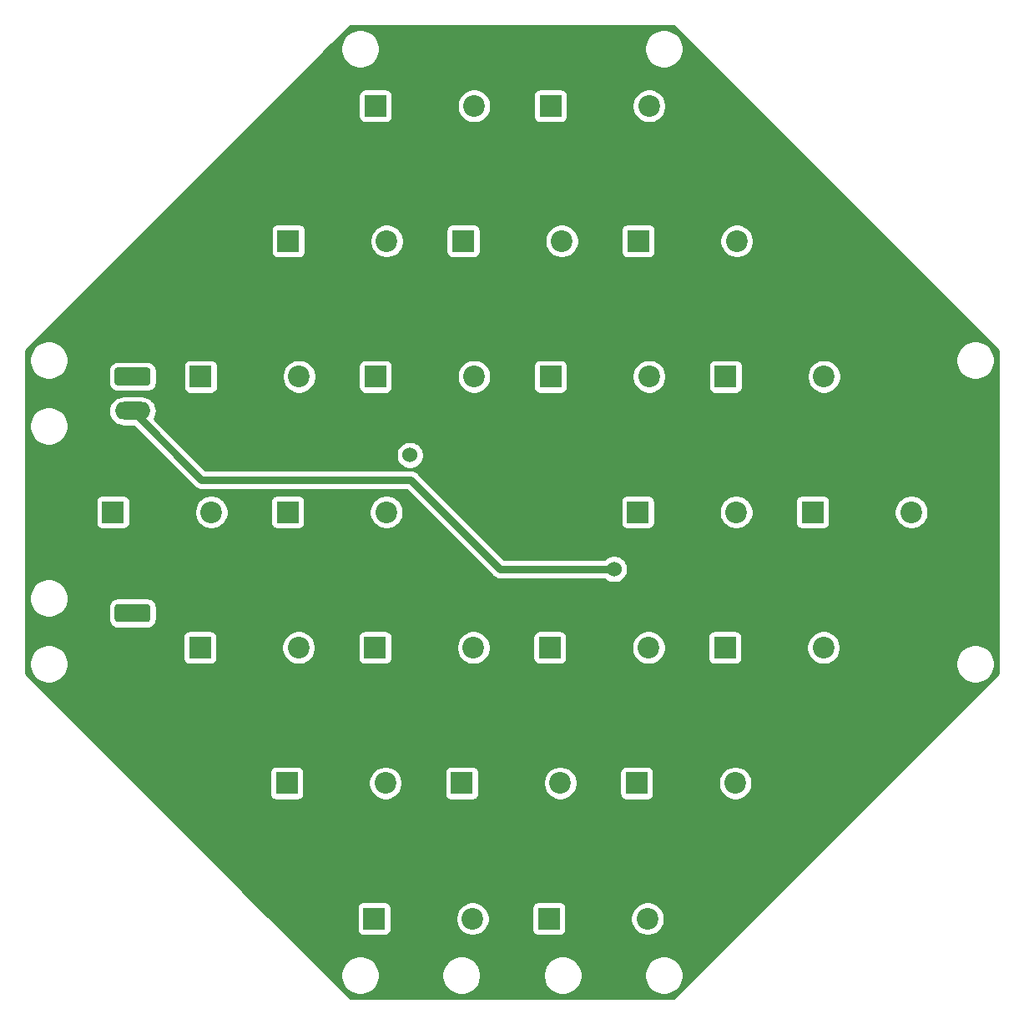
<source format=gbr>
%TF.GenerationSoftware,KiCad,Pcbnew,5.1.10*%
%TF.CreationDate,2021-07-04T18:02:09+02:00*%
%TF.ProjectId,test_16,74657374-5f31-4362-9e6b-696361645f70,0.1*%
%TF.SameCoordinates,Original*%
%TF.FileFunction,Copper,L2,Bot*%
%TF.FilePolarity,Positive*%
%FSLAX46Y46*%
G04 Gerber Fmt 4.6, Leading zero omitted, Abs format (unit mm)*
G04 Created by KiCad (PCBNEW 5.1.10) date 2021-07-04 18:02:09*
%MOMM*%
%LPD*%
G01*
G04 APERTURE LIST*
%TA.AperFunction,ComponentPad*%
%ADD10C,1.524000*%
%TD*%
%TA.AperFunction,ComponentPad*%
%ADD11R,2.200000X2.200000*%
%TD*%
%TA.AperFunction,ComponentPad*%
%ADD12C,2.200000*%
%TD*%
%TA.AperFunction,ComponentPad*%
%ADD13O,3.600000X1.800000*%
%TD*%
%TA.AperFunction,ViaPad*%
%ADD14C,0.800000*%
%TD*%
%TA.AperFunction,Conductor*%
%ADD15C,0.800000*%
%TD*%
%TA.AperFunction,Conductor*%
%ADD16C,0.254000*%
%TD*%
%TA.AperFunction,Conductor*%
%ADD17C,0.100000*%
%TD*%
G04 APERTURE END LIST*
D10*
%TO.P,D1,1*%
%TO.N,Net-(D1-Pad1)*%
X410362593Y-255788495D03*
%TO.P,D1,2*%
%TO.N,Net-(D1-Pad2)*%
X389637407Y-244211505D03*
%TD*%
D11*
%TO.P,LS3,1*%
%TO.N,Net-(LS3-Pad1)*%
X403750000Y-291250000D03*
D12*
%TO.P,LS3,2*%
%TO.N,Net-(LS3-Pad2)*%
X413750000Y-291250000D03*
%TD*%
D11*
%TO.P,LS7,1*%
%TO.N,Net-(LS7-Pad1)*%
X421600000Y-263750000D03*
D12*
%TO.P,LS7,2*%
%TO.N,Net-(LS7-Pad2)*%
X431600000Y-263750000D03*
%TD*%
D11*
%TO.P,LS6,1*%
%TO.N,Net-(LS6-Pad1)*%
X412650000Y-277500000D03*
D12*
%TO.P,LS6,2*%
%TO.N,Net-(LS6-Pad2)*%
X422650000Y-277500000D03*
%TD*%
D11*
%TO.P,LS5,1*%
%TO.N,Net-(LS5-Pad1)*%
X386000000Y-291250000D03*
D12*
%TO.P,LS5,2*%
%TO.N,Net-(LS5-Pad2)*%
X396000000Y-291250000D03*
%TD*%
D11*
%TO.P,LS2,1*%
%TO.N,Net-(LS2-Pad1)*%
X430500000Y-250000000D03*
D12*
%TO.P,LS2,2*%
%TO.N,Net-(LS2-Pad2)*%
X440500000Y-250000000D03*
%TD*%
D11*
%TO.P,LS1,1*%
%TO.N,Net-(LS1-Pad1)*%
X403850000Y-263750000D03*
D12*
%TO.P,LS1,2*%
%TO.N,Net-(LS1-Pad2)*%
X413850000Y-263750000D03*
%TD*%
D11*
%TO.P,LS4,1*%
%TO.N,Net-(LS4-Pad1)*%
X394900000Y-277500000D03*
D12*
%TO.P,LS4,2*%
%TO.N,Net-(LS4-Pad2)*%
X404900000Y-277500000D03*
%TD*%
D11*
%TO.P,LS10,1*%
%TO.N,Net-(LS10-Pad1)*%
X412750000Y-250000000D03*
D12*
%TO.P,LS10,2*%
%TO.N,Net-(LS10-Pad2)*%
X422750000Y-250000000D03*
%TD*%
D11*
%TO.P,LS9,1*%
%TO.N,Net-(LS9-Pad1)*%
X386100000Y-263750000D03*
D12*
%TO.P,LS9,2*%
%TO.N,Net-(LS9-Pad2)*%
X396100000Y-263750000D03*
%TD*%
D11*
%TO.P,LS8,1*%
%TO.N,Net-(LS8-Pad1)*%
X377150000Y-277500000D03*
D12*
%TO.P,LS8,2*%
%TO.N,Net-(LS8-Pad2)*%
X387150000Y-277500000D03*
%TD*%
D11*
%TO.P,LS22,1*%
%TO.N,Net-(LS22-Pad1)*%
X412800000Y-222500000D03*
D12*
%TO.P,LS22,2*%
%TO.N,Net-(LS22-Pad2)*%
X422800000Y-222500000D03*
%TD*%
D11*
%TO.P,LS21,1*%
%TO.N,Net-(LS21-Pad1)*%
X421650000Y-236250000D03*
D12*
%TO.P,LS21,2*%
%TO.N,Net-(LS21-Pad2)*%
X431650000Y-236250000D03*
%TD*%
D11*
%TO.P,LS16,1*%
%TO.N,Net-(LS16-Pad1)*%
X368350000Y-263750000D03*
D12*
%TO.P,LS16,2*%
%TO.N,Net-(LS16-Pad2)*%
X378350000Y-263750000D03*
%TD*%
D11*
%TO.P,LS13,1*%
%TO.N,Net-(LS13-Pad1)*%
X395050000Y-222500000D03*
D12*
%TO.P,LS13,2*%
%TO.N,Net-(LS13-Pad2)*%
X405050000Y-222500000D03*
%TD*%
D11*
%TO.P,LS12,1*%
%TO.N,Net-(LS12-Pad1)*%
X403900000Y-236250000D03*
D12*
%TO.P,LS12,2*%
%TO.N,Net-(LS12-Pad2)*%
X413900000Y-236250000D03*
%TD*%
D11*
%TO.P,LS11,1*%
%TO.N,Net-(LS11-Pad1)*%
X377250000Y-250000000D03*
D12*
%TO.P,LS11,2*%
%TO.N,Net-(LS11-Pad2)*%
X387250000Y-250000000D03*
%TD*%
D11*
%TO.P,LS20,1*%
%TO.N,Net-(LS20-Pad1)*%
X377300000Y-222500000D03*
D12*
%TO.P,LS20,2*%
%TO.N,Net-(LS20-Pad2)*%
X387300000Y-222500000D03*
%TD*%
D11*
%TO.P,LS19,1*%
%TO.N,Net-(LS19-Pad1)*%
X386150000Y-236250000D03*
D12*
%TO.P,LS19,2*%
%TO.N,Net-(LS19-Pad2)*%
X396150000Y-236250000D03*
%TD*%
D11*
%TO.P,LS18,1*%
%TO.N,Net-(LS18-Pad1)*%
X359500000Y-250000000D03*
D12*
%TO.P,LS18,2*%
%TO.N,Net-(LS18-Pad2)*%
X369500000Y-250000000D03*
%TD*%
D11*
%TO.P,LS15,1*%
%TO.N,Net-(LS15-Pad1)*%
X368400000Y-236250000D03*
D12*
%TO.P,LS15,2*%
%TO.N,Net-(LS15-Pad2)*%
X378400000Y-236250000D03*
%TD*%
D11*
%TO.P,LS14,1*%
%TO.N,Net-(LS14-Pad1)*%
X403900000Y-208800000D03*
D12*
%TO.P,LS14,2*%
%TO.N,Net-(LS14-Pad2)*%
X413900000Y-208800000D03*
%TD*%
D11*
%TO.P,LS17,1*%
%TO.N,Net-(LS17-Pad1)*%
X386150000Y-208800000D03*
D12*
%TO.P,LS17,2*%
%TO.N,Net-(LS17-Pad2)*%
X396150000Y-208800000D03*
%TD*%
D13*
%TO.P,J2,2*%
%TO.N,Net-(D1-Pad1)*%
X361500000Y-239750000D03*
%TO.P,J2,1*%
%TO.N,Net-(D1-Pad2)*%
%TA.AperFunction,ComponentPad*%
G36*
G01*
X359950000Y-235350000D02*
X363050000Y-235350000D01*
G75*
G02*
X363300000Y-235600000I0J-250000D01*
G01*
X363300000Y-236900000D01*
G75*
G02*
X363050000Y-237150000I-250000J0D01*
G01*
X359950000Y-237150000D01*
G75*
G02*
X359700000Y-236900000I0J250000D01*
G01*
X359700000Y-235600000D01*
G75*
G02*
X359950000Y-235350000I250000J0D01*
G01*
G37*
%TD.AperFunction*%
%TD*%
%TO.P,J1,2*%
%TO.N,Net-(J1-Pad2)*%
X361500000Y-263750000D03*
%TO.P,J1,1*%
%TO.N,Net-(J1-Pad1)*%
%TA.AperFunction,ComponentPad*%
G36*
G01*
X359950000Y-259350000D02*
X363050000Y-259350000D01*
G75*
G02*
X363300000Y-259600000I0J-250000D01*
G01*
X363300000Y-260900000D01*
G75*
G02*
X363050000Y-261150000I-250000J0D01*
G01*
X359950000Y-261150000D01*
G75*
G02*
X359700000Y-260900000I0J250000D01*
G01*
X359700000Y-259600000D01*
G75*
G02*
X359950000Y-259350000I250000J0D01*
G01*
G37*
%TD.AperFunction*%
%TD*%
D14*
%TO.N,Net-(J1-Pad2)*%
X389250000Y-266850000D03*
X398050000Y-218800000D03*
X433500000Y-246850000D03*
X415750000Y-280850000D03*
X362750000Y-246750000D03*
X406950000Y-233000000D03*
X380250000Y-253500000D03*
X424700000Y-266600000D03*
X406700000Y-288100000D03*
X380250000Y-280600000D03*
X397750000Y-280500000D03*
X389200000Y-233050000D03*
X389200000Y-211800000D03*
X380450000Y-219050000D03*
X371400000Y-232850000D03*
X406850000Y-211850000D03*
X406950000Y-266650000D03*
X389000000Y-288400000D03*
X415800000Y-247050000D03*
X371250000Y-266900000D03*
X424650000Y-233350000D03*
X415750000Y-218900000D03*
%TD*%
D15*
%TO.N,Net-(D1-Pad1)*%
X410362593Y-255788495D02*
X398788495Y-255788495D01*
X398788495Y-255788495D02*
X389750000Y-246750000D01*
X368500000Y-246750000D02*
X361500000Y-239750000D01*
X389750000Y-246750000D02*
X368500000Y-246750000D01*
%TD*%
D16*
%TO.N,Net-(J1-Pad2)*%
X449340000Y-233602959D02*
X449340001Y-266397037D01*
X416397039Y-299340000D01*
X383602962Y-299340000D01*
X381067457Y-296804495D01*
X382615000Y-296804495D01*
X382615000Y-297195505D01*
X382691282Y-297579003D01*
X382840915Y-297940250D01*
X383058149Y-298265364D01*
X383334636Y-298541851D01*
X383659750Y-298759085D01*
X384020997Y-298908718D01*
X384404495Y-298985000D01*
X384795505Y-298985000D01*
X385179003Y-298908718D01*
X385540250Y-298759085D01*
X385865364Y-298541851D01*
X386141851Y-298265364D01*
X386359085Y-297940250D01*
X386508718Y-297579003D01*
X386585000Y-297195505D01*
X386585000Y-296804495D01*
X392881666Y-296804495D01*
X392881666Y-297195505D01*
X392957948Y-297579003D01*
X393107581Y-297940250D01*
X393324815Y-298265364D01*
X393601302Y-298541851D01*
X393926416Y-298759085D01*
X394287663Y-298908718D01*
X394671161Y-298985000D01*
X395062171Y-298985000D01*
X395445669Y-298908718D01*
X395806916Y-298759085D01*
X396132030Y-298541851D01*
X396408517Y-298265364D01*
X396625751Y-297940250D01*
X396775384Y-297579003D01*
X396851666Y-297195505D01*
X396851666Y-296804495D01*
X403148332Y-296804495D01*
X403148332Y-297195505D01*
X403224614Y-297579003D01*
X403374247Y-297940250D01*
X403591481Y-298265364D01*
X403867968Y-298541851D01*
X404193082Y-298759085D01*
X404554329Y-298908718D01*
X404937827Y-298985000D01*
X405328837Y-298985000D01*
X405712335Y-298908718D01*
X406073582Y-298759085D01*
X406398696Y-298541851D01*
X406675183Y-298265364D01*
X406892417Y-297940250D01*
X407042050Y-297579003D01*
X407118332Y-297195505D01*
X407118332Y-296804495D01*
X413415000Y-296804495D01*
X413415000Y-297195505D01*
X413491282Y-297579003D01*
X413640915Y-297940250D01*
X413858149Y-298265364D01*
X414134636Y-298541851D01*
X414459750Y-298759085D01*
X414820997Y-298908718D01*
X415204495Y-298985000D01*
X415595505Y-298985000D01*
X415979003Y-298908718D01*
X416340250Y-298759085D01*
X416665364Y-298541851D01*
X416941851Y-298265364D01*
X417159085Y-297940250D01*
X417308718Y-297579003D01*
X417385000Y-297195505D01*
X417385000Y-296804495D01*
X417308718Y-296420997D01*
X417159085Y-296059750D01*
X416941851Y-295734636D01*
X416665364Y-295458149D01*
X416340250Y-295240915D01*
X415979003Y-295091282D01*
X415595505Y-295015000D01*
X415204495Y-295015000D01*
X414820997Y-295091282D01*
X414459750Y-295240915D01*
X414134636Y-295458149D01*
X413858149Y-295734636D01*
X413640915Y-296059750D01*
X413491282Y-296420997D01*
X413415000Y-296804495D01*
X407118332Y-296804495D01*
X407042050Y-296420997D01*
X406892417Y-296059750D01*
X406675183Y-295734636D01*
X406398696Y-295458149D01*
X406073582Y-295240915D01*
X405712335Y-295091282D01*
X405328837Y-295015000D01*
X404937827Y-295015000D01*
X404554329Y-295091282D01*
X404193082Y-295240915D01*
X403867968Y-295458149D01*
X403591481Y-295734636D01*
X403374247Y-296059750D01*
X403224614Y-296420997D01*
X403148332Y-296804495D01*
X396851666Y-296804495D01*
X396775384Y-296420997D01*
X396625751Y-296059750D01*
X396408517Y-295734636D01*
X396132030Y-295458149D01*
X395806916Y-295240915D01*
X395445669Y-295091282D01*
X395062171Y-295015000D01*
X394671161Y-295015000D01*
X394287663Y-295091282D01*
X393926416Y-295240915D01*
X393601302Y-295458149D01*
X393324815Y-295734636D01*
X393107581Y-296059750D01*
X392957948Y-296420997D01*
X392881666Y-296804495D01*
X386585000Y-296804495D01*
X386508718Y-296420997D01*
X386359085Y-296059750D01*
X386141851Y-295734636D01*
X385865364Y-295458149D01*
X385540250Y-295240915D01*
X385179003Y-295091282D01*
X384795505Y-295015000D01*
X384404495Y-295015000D01*
X384020997Y-295091282D01*
X383659750Y-295240915D01*
X383334636Y-295458149D01*
X383058149Y-295734636D01*
X382840915Y-296059750D01*
X382691282Y-296420997D01*
X382615000Y-296804495D01*
X381067457Y-296804495D01*
X374412962Y-290150000D01*
X384261928Y-290150000D01*
X384261928Y-292350000D01*
X384274188Y-292474482D01*
X384310498Y-292594180D01*
X384369463Y-292704494D01*
X384448815Y-292801185D01*
X384545506Y-292880537D01*
X384655820Y-292939502D01*
X384775518Y-292975812D01*
X384900000Y-292988072D01*
X387100000Y-292988072D01*
X387224482Y-292975812D01*
X387344180Y-292939502D01*
X387454494Y-292880537D01*
X387551185Y-292801185D01*
X387630537Y-292704494D01*
X387689502Y-292594180D01*
X387725812Y-292474482D01*
X387738072Y-292350000D01*
X387738072Y-291079117D01*
X394265000Y-291079117D01*
X394265000Y-291420883D01*
X394331675Y-291756081D01*
X394462463Y-292071831D01*
X394652337Y-292355998D01*
X394894002Y-292597663D01*
X395178169Y-292787537D01*
X395493919Y-292918325D01*
X395829117Y-292985000D01*
X396170883Y-292985000D01*
X396506081Y-292918325D01*
X396821831Y-292787537D01*
X397105998Y-292597663D01*
X397347663Y-292355998D01*
X397537537Y-292071831D01*
X397668325Y-291756081D01*
X397735000Y-291420883D01*
X397735000Y-291079117D01*
X397668325Y-290743919D01*
X397537537Y-290428169D01*
X397351671Y-290150000D01*
X402011928Y-290150000D01*
X402011928Y-292350000D01*
X402024188Y-292474482D01*
X402060498Y-292594180D01*
X402119463Y-292704494D01*
X402198815Y-292801185D01*
X402295506Y-292880537D01*
X402405820Y-292939502D01*
X402525518Y-292975812D01*
X402650000Y-292988072D01*
X404850000Y-292988072D01*
X404974482Y-292975812D01*
X405094180Y-292939502D01*
X405204494Y-292880537D01*
X405301185Y-292801185D01*
X405380537Y-292704494D01*
X405439502Y-292594180D01*
X405475812Y-292474482D01*
X405488072Y-292350000D01*
X405488072Y-291079117D01*
X412015000Y-291079117D01*
X412015000Y-291420883D01*
X412081675Y-291756081D01*
X412212463Y-292071831D01*
X412402337Y-292355998D01*
X412644002Y-292597663D01*
X412928169Y-292787537D01*
X413243919Y-292918325D01*
X413579117Y-292985000D01*
X413920883Y-292985000D01*
X414256081Y-292918325D01*
X414571831Y-292787537D01*
X414855998Y-292597663D01*
X415097663Y-292355998D01*
X415287537Y-292071831D01*
X415418325Y-291756081D01*
X415485000Y-291420883D01*
X415485000Y-291079117D01*
X415418325Y-290743919D01*
X415287537Y-290428169D01*
X415097663Y-290144002D01*
X414855998Y-289902337D01*
X414571831Y-289712463D01*
X414256081Y-289581675D01*
X413920883Y-289515000D01*
X413579117Y-289515000D01*
X413243919Y-289581675D01*
X412928169Y-289712463D01*
X412644002Y-289902337D01*
X412402337Y-290144002D01*
X412212463Y-290428169D01*
X412081675Y-290743919D01*
X412015000Y-291079117D01*
X405488072Y-291079117D01*
X405488072Y-290150000D01*
X405475812Y-290025518D01*
X405439502Y-289905820D01*
X405380537Y-289795506D01*
X405301185Y-289698815D01*
X405204494Y-289619463D01*
X405094180Y-289560498D01*
X404974482Y-289524188D01*
X404850000Y-289511928D01*
X402650000Y-289511928D01*
X402525518Y-289524188D01*
X402405820Y-289560498D01*
X402295506Y-289619463D01*
X402198815Y-289698815D01*
X402119463Y-289795506D01*
X402060498Y-289905820D01*
X402024188Y-290025518D01*
X402011928Y-290150000D01*
X397351671Y-290150000D01*
X397347663Y-290144002D01*
X397105998Y-289902337D01*
X396821831Y-289712463D01*
X396506081Y-289581675D01*
X396170883Y-289515000D01*
X395829117Y-289515000D01*
X395493919Y-289581675D01*
X395178169Y-289712463D01*
X394894002Y-289902337D01*
X394652337Y-290144002D01*
X394462463Y-290428169D01*
X394331675Y-290743919D01*
X394265000Y-291079117D01*
X387738072Y-291079117D01*
X387738072Y-290150000D01*
X387725812Y-290025518D01*
X387689502Y-289905820D01*
X387630537Y-289795506D01*
X387551185Y-289698815D01*
X387454494Y-289619463D01*
X387344180Y-289560498D01*
X387224482Y-289524188D01*
X387100000Y-289511928D01*
X384900000Y-289511928D01*
X384775518Y-289524188D01*
X384655820Y-289560498D01*
X384545506Y-289619463D01*
X384448815Y-289698815D01*
X384369463Y-289795506D01*
X384310498Y-289905820D01*
X384274188Y-290025518D01*
X384261928Y-290150000D01*
X374412962Y-290150000D01*
X360662962Y-276400000D01*
X375411928Y-276400000D01*
X375411928Y-278600000D01*
X375424188Y-278724482D01*
X375460498Y-278844180D01*
X375519463Y-278954494D01*
X375598815Y-279051185D01*
X375695506Y-279130537D01*
X375805820Y-279189502D01*
X375925518Y-279225812D01*
X376050000Y-279238072D01*
X378250000Y-279238072D01*
X378374482Y-279225812D01*
X378494180Y-279189502D01*
X378604494Y-279130537D01*
X378701185Y-279051185D01*
X378780537Y-278954494D01*
X378839502Y-278844180D01*
X378875812Y-278724482D01*
X378888072Y-278600000D01*
X378888072Y-277329117D01*
X385415000Y-277329117D01*
X385415000Y-277670883D01*
X385481675Y-278006081D01*
X385612463Y-278321831D01*
X385802337Y-278605998D01*
X386044002Y-278847663D01*
X386328169Y-279037537D01*
X386643919Y-279168325D01*
X386979117Y-279235000D01*
X387320883Y-279235000D01*
X387656081Y-279168325D01*
X387971831Y-279037537D01*
X388255998Y-278847663D01*
X388497663Y-278605998D01*
X388687537Y-278321831D01*
X388818325Y-278006081D01*
X388885000Y-277670883D01*
X388885000Y-277329117D01*
X388818325Y-276993919D01*
X388687537Y-276678169D01*
X388501671Y-276400000D01*
X393161928Y-276400000D01*
X393161928Y-278600000D01*
X393174188Y-278724482D01*
X393210498Y-278844180D01*
X393269463Y-278954494D01*
X393348815Y-279051185D01*
X393445506Y-279130537D01*
X393555820Y-279189502D01*
X393675518Y-279225812D01*
X393800000Y-279238072D01*
X396000000Y-279238072D01*
X396124482Y-279225812D01*
X396244180Y-279189502D01*
X396354494Y-279130537D01*
X396451185Y-279051185D01*
X396530537Y-278954494D01*
X396589502Y-278844180D01*
X396625812Y-278724482D01*
X396638072Y-278600000D01*
X396638072Y-277329117D01*
X403165000Y-277329117D01*
X403165000Y-277670883D01*
X403231675Y-278006081D01*
X403362463Y-278321831D01*
X403552337Y-278605998D01*
X403794002Y-278847663D01*
X404078169Y-279037537D01*
X404393919Y-279168325D01*
X404729117Y-279235000D01*
X405070883Y-279235000D01*
X405406081Y-279168325D01*
X405721831Y-279037537D01*
X406005998Y-278847663D01*
X406247663Y-278605998D01*
X406437537Y-278321831D01*
X406568325Y-278006081D01*
X406635000Y-277670883D01*
X406635000Y-277329117D01*
X406568325Y-276993919D01*
X406437537Y-276678169D01*
X406251671Y-276400000D01*
X410911928Y-276400000D01*
X410911928Y-278600000D01*
X410924188Y-278724482D01*
X410960498Y-278844180D01*
X411019463Y-278954494D01*
X411098815Y-279051185D01*
X411195506Y-279130537D01*
X411305820Y-279189502D01*
X411425518Y-279225812D01*
X411550000Y-279238072D01*
X413750000Y-279238072D01*
X413874482Y-279225812D01*
X413994180Y-279189502D01*
X414104494Y-279130537D01*
X414201185Y-279051185D01*
X414280537Y-278954494D01*
X414339502Y-278844180D01*
X414375812Y-278724482D01*
X414388072Y-278600000D01*
X414388072Y-277329117D01*
X420915000Y-277329117D01*
X420915000Y-277670883D01*
X420981675Y-278006081D01*
X421112463Y-278321831D01*
X421302337Y-278605998D01*
X421544002Y-278847663D01*
X421828169Y-279037537D01*
X422143919Y-279168325D01*
X422479117Y-279235000D01*
X422820883Y-279235000D01*
X423156081Y-279168325D01*
X423471831Y-279037537D01*
X423755998Y-278847663D01*
X423997663Y-278605998D01*
X424187537Y-278321831D01*
X424318325Y-278006081D01*
X424385000Y-277670883D01*
X424385000Y-277329117D01*
X424318325Y-276993919D01*
X424187537Y-276678169D01*
X423997663Y-276394002D01*
X423755998Y-276152337D01*
X423471831Y-275962463D01*
X423156081Y-275831675D01*
X422820883Y-275765000D01*
X422479117Y-275765000D01*
X422143919Y-275831675D01*
X421828169Y-275962463D01*
X421544002Y-276152337D01*
X421302337Y-276394002D01*
X421112463Y-276678169D01*
X420981675Y-276993919D01*
X420915000Y-277329117D01*
X414388072Y-277329117D01*
X414388072Y-276400000D01*
X414375812Y-276275518D01*
X414339502Y-276155820D01*
X414280537Y-276045506D01*
X414201185Y-275948815D01*
X414104494Y-275869463D01*
X413994180Y-275810498D01*
X413874482Y-275774188D01*
X413750000Y-275761928D01*
X411550000Y-275761928D01*
X411425518Y-275774188D01*
X411305820Y-275810498D01*
X411195506Y-275869463D01*
X411098815Y-275948815D01*
X411019463Y-276045506D01*
X410960498Y-276155820D01*
X410924188Y-276275518D01*
X410911928Y-276400000D01*
X406251671Y-276400000D01*
X406247663Y-276394002D01*
X406005998Y-276152337D01*
X405721831Y-275962463D01*
X405406081Y-275831675D01*
X405070883Y-275765000D01*
X404729117Y-275765000D01*
X404393919Y-275831675D01*
X404078169Y-275962463D01*
X403794002Y-276152337D01*
X403552337Y-276394002D01*
X403362463Y-276678169D01*
X403231675Y-276993919D01*
X403165000Y-277329117D01*
X396638072Y-277329117D01*
X396638072Y-276400000D01*
X396625812Y-276275518D01*
X396589502Y-276155820D01*
X396530537Y-276045506D01*
X396451185Y-275948815D01*
X396354494Y-275869463D01*
X396244180Y-275810498D01*
X396124482Y-275774188D01*
X396000000Y-275761928D01*
X393800000Y-275761928D01*
X393675518Y-275774188D01*
X393555820Y-275810498D01*
X393445506Y-275869463D01*
X393348815Y-275948815D01*
X393269463Y-276045506D01*
X393210498Y-276155820D01*
X393174188Y-276275518D01*
X393161928Y-276400000D01*
X388501671Y-276400000D01*
X388497663Y-276394002D01*
X388255998Y-276152337D01*
X387971831Y-275962463D01*
X387656081Y-275831675D01*
X387320883Y-275765000D01*
X386979117Y-275765000D01*
X386643919Y-275831675D01*
X386328169Y-275962463D01*
X386044002Y-276152337D01*
X385802337Y-276394002D01*
X385612463Y-276678169D01*
X385481675Y-276993919D01*
X385415000Y-277329117D01*
X378888072Y-277329117D01*
X378888072Y-276400000D01*
X378875812Y-276275518D01*
X378839502Y-276155820D01*
X378780537Y-276045506D01*
X378701185Y-275948815D01*
X378604494Y-275869463D01*
X378494180Y-275810498D01*
X378374482Y-275774188D01*
X378250000Y-275761928D01*
X376050000Y-275761928D01*
X375925518Y-275774188D01*
X375805820Y-275810498D01*
X375695506Y-275869463D01*
X375598815Y-275948815D01*
X375519463Y-276045506D01*
X375460498Y-276155820D01*
X375424188Y-276275518D01*
X375411928Y-276400000D01*
X360662962Y-276400000D01*
X350660000Y-266397039D01*
X350660000Y-265204495D01*
X351015000Y-265204495D01*
X351015000Y-265595505D01*
X351091282Y-265979003D01*
X351240915Y-266340250D01*
X351458149Y-266665364D01*
X351734636Y-266941851D01*
X352059750Y-267159085D01*
X352420997Y-267308718D01*
X352804495Y-267385000D01*
X353195505Y-267385000D01*
X353579003Y-267308718D01*
X353940250Y-267159085D01*
X354265364Y-266941851D01*
X354541851Y-266665364D01*
X354759085Y-266340250D01*
X354908718Y-265979003D01*
X354985000Y-265595505D01*
X354985000Y-265204495D01*
X354908718Y-264820997D01*
X354759085Y-264459750D01*
X354541851Y-264134636D01*
X354265364Y-263858149D01*
X353940250Y-263640915D01*
X353579003Y-263491282D01*
X353195505Y-263415000D01*
X352804495Y-263415000D01*
X352420997Y-263491282D01*
X352059750Y-263640915D01*
X351734636Y-263858149D01*
X351458149Y-264134636D01*
X351240915Y-264459750D01*
X351091282Y-264820997D01*
X351015000Y-265204495D01*
X350660000Y-265204495D01*
X350660000Y-262650000D01*
X366611928Y-262650000D01*
X366611928Y-264850000D01*
X366624188Y-264974482D01*
X366660498Y-265094180D01*
X366719463Y-265204494D01*
X366798815Y-265301185D01*
X366895506Y-265380537D01*
X367005820Y-265439502D01*
X367125518Y-265475812D01*
X367250000Y-265488072D01*
X369450000Y-265488072D01*
X369574482Y-265475812D01*
X369694180Y-265439502D01*
X369804494Y-265380537D01*
X369901185Y-265301185D01*
X369980537Y-265204494D01*
X370039502Y-265094180D01*
X370075812Y-264974482D01*
X370088072Y-264850000D01*
X370088072Y-263579117D01*
X376615000Y-263579117D01*
X376615000Y-263920883D01*
X376681675Y-264256081D01*
X376812463Y-264571831D01*
X377002337Y-264855998D01*
X377244002Y-265097663D01*
X377528169Y-265287537D01*
X377843919Y-265418325D01*
X378179117Y-265485000D01*
X378520883Y-265485000D01*
X378856081Y-265418325D01*
X379171831Y-265287537D01*
X379455998Y-265097663D01*
X379697663Y-264855998D01*
X379887537Y-264571831D01*
X380018325Y-264256081D01*
X380085000Y-263920883D01*
X380085000Y-263579117D01*
X380018325Y-263243919D01*
X379887537Y-262928169D01*
X379701671Y-262650000D01*
X384361928Y-262650000D01*
X384361928Y-264850000D01*
X384374188Y-264974482D01*
X384410498Y-265094180D01*
X384469463Y-265204494D01*
X384548815Y-265301185D01*
X384645506Y-265380537D01*
X384755820Y-265439502D01*
X384875518Y-265475812D01*
X385000000Y-265488072D01*
X387200000Y-265488072D01*
X387324482Y-265475812D01*
X387444180Y-265439502D01*
X387554494Y-265380537D01*
X387651185Y-265301185D01*
X387730537Y-265204494D01*
X387789502Y-265094180D01*
X387825812Y-264974482D01*
X387838072Y-264850000D01*
X387838072Y-263579117D01*
X394365000Y-263579117D01*
X394365000Y-263920883D01*
X394431675Y-264256081D01*
X394562463Y-264571831D01*
X394752337Y-264855998D01*
X394994002Y-265097663D01*
X395278169Y-265287537D01*
X395593919Y-265418325D01*
X395929117Y-265485000D01*
X396270883Y-265485000D01*
X396606081Y-265418325D01*
X396921831Y-265287537D01*
X397205998Y-265097663D01*
X397447663Y-264855998D01*
X397637537Y-264571831D01*
X397768325Y-264256081D01*
X397835000Y-263920883D01*
X397835000Y-263579117D01*
X397768325Y-263243919D01*
X397637537Y-262928169D01*
X397451671Y-262650000D01*
X402111928Y-262650000D01*
X402111928Y-264850000D01*
X402124188Y-264974482D01*
X402160498Y-265094180D01*
X402219463Y-265204494D01*
X402298815Y-265301185D01*
X402395506Y-265380537D01*
X402505820Y-265439502D01*
X402625518Y-265475812D01*
X402750000Y-265488072D01*
X404950000Y-265488072D01*
X405074482Y-265475812D01*
X405194180Y-265439502D01*
X405304494Y-265380537D01*
X405401185Y-265301185D01*
X405480537Y-265204494D01*
X405539502Y-265094180D01*
X405575812Y-264974482D01*
X405588072Y-264850000D01*
X405588072Y-263579117D01*
X412115000Y-263579117D01*
X412115000Y-263920883D01*
X412181675Y-264256081D01*
X412312463Y-264571831D01*
X412502337Y-264855998D01*
X412744002Y-265097663D01*
X413028169Y-265287537D01*
X413343919Y-265418325D01*
X413679117Y-265485000D01*
X414020883Y-265485000D01*
X414356081Y-265418325D01*
X414671831Y-265287537D01*
X414955998Y-265097663D01*
X415197663Y-264855998D01*
X415387537Y-264571831D01*
X415518325Y-264256081D01*
X415585000Y-263920883D01*
X415585000Y-263579117D01*
X415518325Y-263243919D01*
X415387537Y-262928169D01*
X415201671Y-262650000D01*
X419861928Y-262650000D01*
X419861928Y-264850000D01*
X419874188Y-264974482D01*
X419910498Y-265094180D01*
X419969463Y-265204494D01*
X420048815Y-265301185D01*
X420145506Y-265380537D01*
X420255820Y-265439502D01*
X420375518Y-265475812D01*
X420500000Y-265488072D01*
X422700000Y-265488072D01*
X422824482Y-265475812D01*
X422944180Y-265439502D01*
X423054494Y-265380537D01*
X423151185Y-265301185D01*
X423230537Y-265204494D01*
X423289502Y-265094180D01*
X423325812Y-264974482D01*
X423338072Y-264850000D01*
X423338072Y-263579117D01*
X429865000Y-263579117D01*
X429865000Y-263920883D01*
X429931675Y-264256081D01*
X430062463Y-264571831D01*
X430252337Y-264855998D01*
X430494002Y-265097663D01*
X430778169Y-265287537D01*
X431093919Y-265418325D01*
X431429117Y-265485000D01*
X431770883Y-265485000D01*
X432106081Y-265418325D01*
X432421831Y-265287537D01*
X432546112Y-265204495D01*
X445015000Y-265204495D01*
X445015000Y-265595505D01*
X445091282Y-265979003D01*
X445240915Y-266340250D01*
X445458149Y-266665364D01*
X445734636Y-266941851D01*
X446059750Y-267159085D01*
X446420997Y-267308718D01*
X446804495Y-267385000D01*
X447195505Y-267385000D01*
X447579003Y-267308718D01*
X447940250Y-267159085D01*
X448265364Y-266941851D01*
X448541851Y-266665364D01*
X448759085Y-266340250D01*
X448908718Y-265979003D01*
X448985000Y-265595505D01*
X448985000Y-265204495D01*
X448908718Y-264820997D01*
X448759085Y-264459750D01*
X448541851Y-264134636D01*
X448265364Y-263858149D01*
X447940250Y-263640915D01*
X447579003Y-263491282D01*
X447195505Y-263415000D01*
X446804495Y-263415000D01*
X446420997Y-263491282D01*
X446059750Y-263640915D01*
X445734636Y-263858149D01*
X445458149Y-264134636D01*
X445240915Y-264459750D01*
X445091282Y-264820997D01*
X445015000Y-265204495D01*
X432546112Y-265204495D01*
X432705998Y-265097663D01*
X432947663Y-264855998D01*
X433137537Y-264571831D01*
X433268325Y-264256081D01*
X433335000Y-263920883D01*
X433335000Y-263579117D01*
X433268325Y-263243919D01*
X433137537Y-262928169D01*
X432947663Y-262644002D01*
X432705998Y-262402337D01*
X432421831Y-262212463D01*
X432106081Y-262081675D01*
X431770883Y-262015000D01*
X431429117Y-262015000D01*
X431093919Y-262081675D01*
X430778169Y-262212463D01*
X430494002Y-262402337D01*
X430252337Y-262644002D01*
X430062463Y-262928169D01*
X429931675Y-263243919D01*
X429865000Y-263579117D01*
X423338072Y-263579117D01*
X423338072Y-262650000D01*
X423325812Y-262525518D01*
X423289502Y-262405820D01*
X423230537Y-262295506D01*
X423151185Y-262198815D01*
X423054494Y-262119463D01*
X422944180Y-262060498D01*
X422824482Y-262024188D01*
X422700000Y-262011928D01*
X420500000Y-262011928D01*
X420375518Y-262024188D01*
X420255820Y-262060498D01*
X420145506Y-262119463D01*
X420048815Y-262198815D01*
X419969463Y-262295506D01*
X419910498Y-262405820D01*
X419874188Y-262525518D01*
X419861928Y-262650000D01*
X415201671Y-262650000D01*
X415197663Y-262644002D01*
X414955998Y-262402337D01*
X414671831Y-262212463D01*
X414356081Y-262081675D01*
X414020883Y-262015000D01*
X413679117Y-262015000D01*
X413343919Y-262081675D01*
X413028169Y-262212463D01*
X412744002Y-262402337D01*
X412502337Y-262644002D01*
X412312463Y-262928169D01*
X412181675Y-263243919D01*
X412115000Y-263579117D01*
X405588072Y-263579117D01*
X405588072Y-262650000D01*
X405575812Y-262525518D01*
X405539502Y-262405820D01*
X405480537Y-262295506D01*
X405401185Y-262198815D01*
X405304494Y-262119463D01*
X405194180Y-262060498D01*
X405074482Y-262024188D01*
X404950000Y-262011928D01*
X402750000Y-262011928D01*
X402625518Y-262024188D01*
X402505820Y-262060498D01*
X402395506Y-262119463D01*
X402298815Y-262198815D01*
X402219463Y-262295506D01*
X402160498Y-262405820D01*
X402124188Y-262525518D01*
X402111928Y-262650000D01*
X397451671Y-262650000D01*
X397447663Y-262644002D01*
X397205998Y-262402337D01*
X396921831Y-262212463D01*
X396606081Y-262081675D01*
X396270883Y-262015000D01*
X395929117Y-262015000D01*
X395593919Y-262081675D01*
X395278169Y-262212463D01*
X394994002Y-262402337D01*
X394752337Y-262644002D01*
X394562463Y-262928169D01*
X394431675Y-263243919D01*
X394365000Y-263579117D01*
X387838072Y-263579117D01*
X387838072Y-262650000D01*
X387825812Y-262525518D01*
X387789502Y-262405820D01*
X387730537Y-262295506D01*
X387651185Y-262198815D01*
X387554494Y-262119463D01*
X387444180Y-262060498D01*
X387324482Y-262024188D01*
X387200000Y-262011928D01*
X385000000Y-262011928D01*
X384875518Y-262024188D01*
X384755820Y-262060498D01*
X384645506Y-262119463D01*
X384548815Y-262198815D01*
X384469463Y-262295506D01*
X384410498Y-262405820D01*
X384374188Y-262525518D01*
X384361928Y-262650000D01*
X379701671Y-262650000D01*
X379697663Y-262644002D01*
X379455998Y-262402337D01*
X379171831Y-262212463D01*
X378856081Y-262081675D01*
X378520883Y-262015000D01*
X378179117Y-262015000D01*
X377843919Y-262081675D01*
X377528169Y-262212463D01*
X377244002Y-262402337D01*
X377002337Y-262644002D01*
X376812463Y-262928169D01*
X376681675Y-263243919D01*
X376615000Y-263579117D01*
X370088072Y-263579117D01*
X370088072Y-262650000D01*
X370075812Y-262525518D01*
X370039502Y-262405820D01*
X369980537Y-262295506D01*
X369901185Y-262198815D01*
X369804494Y-262119463D01*
X369694180Y-262060498D01*
X369574482Y-262024188D01*
X369450000Y-262011928D01*
X367250000Y-262011928D01*
X367125518Y-262024188D01*
X367005820Y-262060498D01*
X366895506Y-262119463D01*
X366798815Y-262198815D01*
X366719463Y-262295506D01*
X366660498Y-262405820D01*
X366624188Y-262525518D01*
X366611928Y-262650000D01*
X350660000Y-262650000D01*
X350660000Y-258540745D01*
X351015000Y-258540745D01*
X351015000Y-258931755D01*
X351091282Y-259315253D01*
X351240915Y-259676500D01*
X351458149Y-260001614D01*
X351734636Y-260278101D01*
X352059750Y-260495335D01*
X352420997Y-260644968D01*
X352804495Y-260721250D01*
X353195505Y-260721250D01*
X353579003Y-260644968D01*
X353940250Y-260495335D01*
X354265364Y-260278101D01*
X354541851Y-260001614D01*
X354759085Y-259676500D01*
X354790772Y-259600000D01*
X359061928Y-259600000D01*
X359061928Y-260900000D01*
X359078992Y-261073254D01*
X359129528Y-261239850D01*
X359211595Y-261393386D01*
X359322038Y-261527962D01*
X359456614Y-261638405D01*
X359610150Y-261720472D01*
X359776746Y-261771008D01*
X359950000Y-261788072D01*
X363050000Y-261788072D01*
X363223254Y-261771008D01*
X363389850Y-261720472D01*
X363543386Y-261638405D01*
X363677962Y-261527962D01*
X363788405Y-261393386D01*
X363870472Y-261239850D01*
X363921008Y-261073254D01*
X363938072Y-260900000D01*
X363938072Y-259600000D01*
X363921008Y-259426746D01*
X363870472Y-259260150D01*
X363788405Y-259106614D01*
X363677962Y-258972038D01*
X363543386Y-258861595D01*
X363389850Y-258779528D01*
X363223254Y-258728992D01*
X363050000Y-258711928D01*
X359950000Y-258711928D01*
X359776746Y-258728992D01*
X359610150Y-258779528D01*
X359456614Y-258861595D01*
X359322038Y-258972038D01*
X359211595Y-259106614D01*
X359129528Y-259260150D01*
X359078992Y-259426746D01*
X359061928Y-259600000D01*
X354790772Y-259600000D01*
X354908718Y-259315253D01*
X354985000Y-258931755D01*
X354985000Y-258540745D01*
X354908718Y-258157247D01*
X354759085Y-257796000D01*
X354541851Y-257470886D01*
X354265364Y-257194399D01*
X353940250Y-256977165D01*
X353579003Y-256827532D01*
X353195505Y-256751250D01*
X352804495Y-256751250D01*
X352420997Y-256827532D01*
X352059750Y-256977165D01*
X351734636Y-257194399D01*
X351458149Y-257470886D01*
X351240915Y-257796000D01*
X351091282Y-258157247D01*
X351015000Y-258540745D01*
X350660000Y-258540745D01*
X350660000Y-248900000D01*
X357761928Y-248900000D01*
X357761928Y-251100000D01*
X357774188Y-251224482D01*
X357810498Y-251344180D01*
X357869463Y-251454494D01*
X357948815Y-251551185D01*
X358045506Y-251630537D01*
X358155820Y-251689502D01*
X358275518Y-251725812D01*
X358400000Y-251738072D01*
X360600000Y-251738072D01*
X360724482Y-251725812D01*
X360844180Y-251689502D01*
X360954494Y-251630537D01*
X361051185Y-251551185D01*
X361130537Y-251454494D01*
X361189502Y-251344180D01*
X361225812Y-251224482D01*
X361238072Y-251100000D01*
X361238072Y-249829117D01*
X367765000Y-249829117D01*
X367765000Y-250170883D01*
X367831675Y-250506081D01*
X367962463Y-250821831D01*
X368152337Y-251105998D01*
X368394002Y-251347663D01*
X368678169Y-251537537D01*
X368993919Y-251668325D01*
X369329117Y-251735000D01*
X369670883Y-251735000D01*
X370006081Y-251668325D01*
X370321831Y-251537537D01*
X370605998Y-251347663D01*
X370847663Y-251105998D01*
X371037537Y-250821831D01*
X371168325Y-250506081D01*
X371235000Y-250170883D01*
X371235000Y-249829117D01*
X371168325Y-249493919D01*
X371037537Y-249178169D01*
X370851671Y-248900000D01*
X375511928Y-248900000D01*
X375511928Y-251100000D01*
X375524188Y-251224482D01*
X375560498Y-251344180D01*
X375619463Y-251454494D01*
X375698815Y-251551185D01*
X375795506Y-251630537D01*
X375905820Y-251689502D01*
X376025518Y-251725812D01*
X376150000Y-251738072D01*
X378350000Y-251738072D01*
X378474482Y-251725812D01*
X378594180Y-251689502D01*
X378704494Y-251630537D01*
X378801185Y-251551185D01*
X378880537Y-251454494D01*
X378939502Y-251344180D01*
X378975812Y-251224482D01*
X378988072Y-251100000D01*
X378988072Y-249829117D01*
X385515000Y-249829117D01*
X385515000Y-250170883D01*
X385581675Y-250506081D01*
X385712463Y-250821831D01*
X385902337Y-251105998D01*
X386144002Y-251347663D01*
X386428169Y-251537537D01*
X386743919Y-251668325D01*
X387079117Y-251735000D01*
X387420883Y-251735000D01*
X387756081Y-251668325D01*
X388071831Y-251537537D01*
X388355998Y-251347663D01*
X388597663Y-251105998D01*
X388787537Y-250821831D01*
X388918325Y-250506081D01*
X388985000Y-250170883D01*
X388985000Y-249829117D01*
X388918325Y-249493919D01*
X388787537Y-249178169D01*
X388597663Y-248894002D01*
X388355998Y-248652337D01*
X388071831Y-248462463D01*
X387756081Y-248331675D01*
X387420883Y-248265000D01*
X387079117Y-248265000D01*
X386743919Y-248331675D01*
X386428169Y-248462463D01*
X386144002Y-248652337D01*
X385902337Y-248894002D01*
X385712463Y-249178169D01*
X385581675Y-249493919D01*
X385515000Y-249829117D01*
X378988072Y-249829117D01*
X378988072Y-248900000D01*
X378975812Y-248775518D01*
X378939502Y-248655820D01*
X378880537Y-248545506D01*
X378801185Y-248448815D01*
X378704494Y-248369463D01*
X378594180Y-248310498D01*
X378474482Y-248274188D01*
X378350000Y-248261928D01*
X376150000Y-248261928D01*
X376025518Y-248274188D01*
X375905820Y-248310498D01*
X375795506Y-248369463D01*
X375698815Y-248448815D01*
X375619463Y-248545506D01*
X375560498Y-248655820D01*
X375524188Y-248775518D01*
X375511928Y-248900000D01*
X370851671Y-248900000D01*
X370847663Y-248894002D01*
X370605998Y-248652337D01*
X370321831Y-248462463D01*
X370006081Y-248331675D01*
X369670883Y-248265000D01*
X369329117Y-248265000D01*
X368993919Y-248331675D01*
X368678169Y-248462463D01*
X368394002Y-248652337D01*
X368152337Y-248894002D01*
X367962463Y-249178169D01*
X367831675Y-249493919D01*
X367765000Y-249829117D01*
X361238072Y-249829117D01*
X361238072Y-248900000D01*
X361225812Y-248775518D01*
X361189502Y-248655820D01*
X361130537Y-248545506D01*
X361051185Y-248448815D01*
X360954494Y-248369463D01*
X360844180Y-248310498D01*
X360724482Y-248274188D01*
X360600000Y-248261928D01*
X358400000Y-248261928D01*
X358275518Y-248274188D01*
X358155820Y-248310498D01*
X358045506Y-248369463D01*
X357948815Y-248448815D01*
X357869463Y-248545506D01*
X357810498Y-248655820D01*
X357774188Y-248775518D01*
X357761928Y-248900000D01*
X350660000Y-248900000D01*
X350660000Y-241068245D01*
X351015000Y-241068245D01*
X351015000Y-241459255D01*
X351091282Y-241842753D01*
X351240915Y-242204000D01*
X351458149Y-242529114D01*
X351734636Y-242805601D01*
X352059750Y-243022835D01*
X352420997Y-243172468D01*
X352804495Y-243248750D01*
X353195505Y-243248750D01*
X353579003Y-243172468D01*
X353940250Y-243022835D01*
X354265364Y-242805601D01*
X354541851Y-242529114D01*
X354759085Y-242204000D01*
X354908718Y-241842753D01*
X354985000Y-241459255D01*
X354985000Y-241068245D01*
X354908718Y-240684747D01*
X354759085Y-240323500D01*
X354541851Y-239998386D01*
X354293465Y-239750000D01*
X359057573Y-239750000D01*
X359087210Y-240050913D01*
X359174983Y-240340261D01*
X359317519Y-240606927D01*
X359509339Y-240840661D01*
X359743073Y-241032481D01*
X360009739Y-241175017D01*
X360299087Y-241262790D01*
X360524592Y-241285000D01*
X361571290Y-241285000D01*
X367732196Y-247445907D01*
X367764604Y-247485396D01*
X367804092Y-247517803D01*
X367922202Y-247614734D01*
X368018309Y-247666104D01*
X368102007Y-247710841D01*
X368297105Y-247770024D01*
X368449162Y-247785000D01*
X368449164Y-247785000D01*
X368500000Y-247790007D01*
X368550835Y-247785000D01*
X389321290Y-247785000D01*
X398020692Y-256484403D01*
X398053099Y-256523891D01*
X398092587Y-256556298D01*
X398210697Y-256653229D01*
X398258968Y-256679030D01*
X398390502Y-256749336D01*
X398585600Y-256808519D01*
X398737657Y-256823495D01*
X398737666Y-256823495D01*
X398788494Y-256828501D01*
X398839322Y-256823495D01*
X409421938Y-256823495D01*
X409472058Y-256873615D01*
X409700866Y-257026500D01*
X409955103Y-257131809D01*
X410225001Y-257185495D01*
X410500185Y-257185495D01*
X410770083Y-257131809D01*
X411024320Y-257026500D01*
X411253128Y-256873615D01*
X411447713Y-256679030D01*
X411600598Y-256450222D01*
X411705907Y-256195985D01*
X411759593Y-255926087D01*
X411759593Y-255650903D01*
X411705907Y-255381005D01*
X411600598Y-255126768D01*
X411447713Y-254897960D01*
X411253128Y-254703375D01*
X411024320Y-254550490D01*
X410770083Y-254445181D01*
X410500185Y-254391495D01*
X410225001Y-254391495D01*
X409955103Y-254445181D01*
X409700866Y-254550490D01*
X409472058Y-254703375D01*
X409421938Y-254753495D01*
X399217206Y-254753495D01*
X393363711Y-248900000D01*
X411011928Y-248900000D01*
X411011928Y-251100000D01*
X411024188Y-251224482D01*
X411060498Y-251344180D01*
X411119463Y-251454494D01*
X411198815Y-251551185D01*
X411295506Y-251630537D01*
X411405820Y-251689502D01*
X411525518Y-251725812D01*
X411650000Y-251738072D01*
X413850000Y-251738072D01*
X413974482Y-251725812D01*
X414094180Y-251689502D01*
X414204494Y-251630537D01*
X414301185Y-251551185D01*
X414380537Y-251454494D01*
X414439502Y-251344180D01*
X414475812Y-251224482D01*
X414488072Y-251100000D01*
X414488072Y-249829117D01*
X421015000Y-249829117D01*
X421015000Y-250170883D01*
X421081675Y-250506081D01*
X421212463Y-250821831D01*
X421402337Y-251105998D01*
X421644002Y-251347663D01*
X421928169Y-251537537D01*
X422243919Y-251668325D01*
X422579117Y-251735000D01*
X422920883Y-251735000D01*
X423256081Y-251668325D01*
X423571831Y-251537537D01*
X423855998Y-251347663D01*
X424097663Y-251105998D01*
X424287537Y-250821831D01*
X424418325Y-250506081D01*
X424485000Y-250170883D01*
X424485000Y-249829117D01*
X424418325Y-249493919D01*
X424287537Y-249178169D01*
X424101671Y-248900000D01*
X428761928Y-248900000D01*
X428761928Y-251100000D01*
X428774188Y-251224482D01*
X428810498Y-251344180D01*
X428869463Y-251454494D01*
X428948815Y-251551185D01*
X429045506Y-251630537D01*
X429155820Y-251689502D01*
X429275518Y-251725812D01*
X429400000Y-251738072D01*
X431600000Y-251738072D01*
X431724482Y-251725812D01*
X431844180Y-251689502D01*
X431954494Y-251630537D01*
X432051185Y-251551185D01*
X432130537Y-251454494D01*
X432189502Y-251344180D01*
X432225812Y-251224482D01*
X432238072Y-251100000D01*
X432238072Y-249829117D01*
X438765000Y-249829117D01*
X438765000Y-250170883D01*
X438831675Y-250506081D01*
X438962463Y-250821831D01*
X439152337Y-251105998D01*
X439394002Y-251347663D01*
X439678169Y-251537537D01*
X439993919Y-251668325D01*
X440329117Y-251735000D01*
X440670883Y-251735000D01*
X441006081Y-251668325D01*
X441321831Y-251537537D01*
X441605998Y-251347663D01*
X441847663Y-251105998D01*
X442037537Y-250821831D01*
X442168325Y-250506081D01*
X442235000Y-250170883D01*
X442235000Y-249829117D01*
X442168325Y-249493919D01*
X442037537Y-249178169D01*
X441847663Y-248894002D01*
X441605998Y-248652337D01*
X441321831Y-248462463D01*
X441006081Y-248331675D01*
X440670883Y-248265000D01*
X440329117Y-248265000D01*
X439993919Y-248331675D01*
X439678169Y-248462463D01*
X439394002Y-248652337D01*
X439152337Y-248894002D01*
X438962463Y-249178169D01*
X438831675Y-249493919D01*
X438765000Y-249829117D01*
X432238072Y-249829117D01*
X432238072Y-248900000D01*
X432225812Y-248775518D01*
X432189502Y-248655820D01*
X432130537Y-248545506D01*
X432051185Y-248448815D01*
X431954494Y-248369463D01*
X431844180Y-248310498D01*
X431724482Y-248274188D01*
X431600000Y-248261928D01*
X429400000Y-248261928D01*
X429275518Y-248274188D01*
X429155820Y-248310498D01*
X429045506Y-248369463D01*
X428948815Y-248448815D01*
X428869463Y-248545506D01*
X428810498Y-248655820D01*
X428774188Y-248775518D01*
X428761928Y-248900000D01*
X424101671Y-248900000D01*
X424097663Y-248894002D01*
X423855998Y-248652337D01*
X423571831Y-248462463D01*
X423256081Y-248331675D01*
X422920883Y-248265000D01*
X422579117Y-248265000D01*
X422243919Y-248331675D01*
X421928169Y-248462463D01*
X421644002Y-248652337D01*
X421402337Y-248894002D01*
X421212463Y-249178169D01*
X421081675Y-249493919D01*
X421015000Y-249829117D01*
X414488072Y-249829117D01*
X414488072Y-248900000D01*
X414475812Y-248775518D01*
X414439502Y-248655820D01*
X414380537Y-248545506D01*
X414301185Y-248448815D01*
X414204494Y-248369463D01*
X414094180Y-248310498D01*
X413974482Y-248274188D01*
X413850000Y-248261928D01*
X411650000Y-248261928D01*
X411525518Y-248274188D01*
X411405820Y-248310498D01*
X411295506Y-248369463D01*
X411198815Y-248448815D01*
X411119463Y-248545506D01*
X411060498Y-248655820D01*
X411024188Y-248775518D01*
X411011928Y-248900000D01*
X393363711Y-248900000D01*
X390517807Y-246054097D01*
X390485396Y-246014604D01*
X390327797Y-245885266D01*
X390147993Y-245789159D01*
X389952895Y-245729976D01*
X389800838Y-245715000D01*
X389800828Y-245715000D01*
X389750000Y-245709994D01*
X389699172Y-245715000D01*
X368928711Y-245715000D01*
X367287624Y-244073913D01*
X388240407Y-244073913D01*
X388240407Y-244349097D01*
X388294093Y-244618995D01*
X388399402Y-244873232D01*
X388552287Y-245102040D01*
X388746872Y-245296625D01*
X388975680Y-245449510D01*
X389229917Y-245554819D01*
X389499815Y-245608505D01*
X389774999Y-245608505D01*
X390044897Y-245554819D01*
X390299134Y-245449510D01*
X390527942Y-245296625D01*
X390722527Y-245102040D01*
X390875412Y-244873232D01*
X390980721Y-244618995D01*
X391034407Y-244349097D01*
X391034407Y-244073913D01*
X390980721Y-243804015D01*
X390875412Y-243549778D01*
X390722527Y-243320970D01*
X390527942Y-243126385D01*
X390299134Y-242973500D01*
X390044897Y-242868191D01*
X389774999Y-242814505D01*
X389499815Y-242814505D01*
X389229917Y-242868191D01*
X388975680Y-242973500D01*
X388746872Y-243126385D01*
X388552287Y-243320970D01*
X388399402Y-243549778D01*
X388294093Y-243804015D01*
X388240407Y-244073913D01*
X367287624Y-244073913D01*
X363730605Y-240516894D01*
X363825017Y-240340261D01*
X363912790Y-240050913D01*
X363942427Y-239750000D01*
X363912790Y-239449087D01*
X363825017Y-239159739D01*
X363682481Y-238893073D01*
X363490661Y-238659339D01*
X363256927Y-238467519D01*
X362990261Y-238324983D01*
X362700913Y-238237210D01*
X362475408Y-238215000D01*
X360524592Y-238215000D01*
X360299087Y-238237210D01*
X360009739Y-238324983D01*
X359743073Y-238467519D01*
X359509339Y-238659339D01*
X359317519Y-238893073D01*
X359174983Y-239159739D01*
X359087210Y-239449087D01*
X359057573Y-239750000D01*
X354293465Y-239750000D01*
X354265364Y-239721899D01*
X353940250Y-239504665D01*
X353579003Y-239355032D01*
X353195505Y-239278750D01*
X352804495Y-239278750D01*
X352420997Y-239355032D01*
X352059750Y-239504665D01*
X351734636Y-239721899D01*
X351458149Y-239998386D01*
X351240915Y-240323500D01*
X351091282Y-240684747D01*
X351015000Y-241068245D01*
X350660000Y-241068245D01*
X350660000Y-234404495D01*
X351015000Y-234404495D01*
X351015000Y-234795505D01*
X351091282Y-235179003D01*
X351240915Y-235540250D01*
X351458149Y-235865364D01*
X351734636Y-236141851D01*
X352059750Y-236359085D01*
X352420997Y-236508718D01*
X352804495Y-236585000D01*
X353195505Y-236585000D01*
X353579003Y-236508718D01*
X353940250Y-236359085D01*
X354265364Y-236141851D01*
X354541851Y-235865364D01*
X354719161Y-235600000D01*
X359061928Y-235600000D01*
X359061928Y-236900000D01*
X359078992Y-237073254D01*
X359129528Y-237239850D01*
X359211595Y-237393386D01*
X359322038Y-237527962D01*
X359456614Y-237638405D01*
X359610150Y-237720472D01*
X359776746Y-237771008D01*
X359950000Y-237788072D01*
X363050000Y-237788072D01*
X363223254Y-237771008D01*
X363389850Y-237720472D01*
X363543386Y-237638405D01*
X363677962Y-237527962D01*
X363788405Y-237393386D01*
X363870472Y-237239850D01*
X363921008Y-237073254D01*
X363938072Y-236900000D01*
X363938072Y-235600000D01*
X363921008Y-235426746D01*
X363870472Y-235260150D01*
X363811596Y-235150000D01*
X366661928Y-235150000D01*
X366661928Y-237350000D01*
X366674188Y-237474482D01*
X366710498Y-237594180D01*
X366769463Y-237704494D01*
X366848815Y-237801185D01*
X366945506Y-237880537D01*
X367055820Y-237939502D01*
X367175518Y-237975812D01*
X367300000Y-237988072D01*
X369500000Y-237988072D01*
X369624482Y-237975812D01*
X369744180Y-237939502D01*
X369854494Y-237880537D01*
X369951185Y-237801185D01*
X370030537Y-237704494D01*
X370089502Y-237594180D01*
X370125812Y-237474482D01*
X370138072Y-237350000D01*
X370138072Y-236079117D01*
X376665000Y-236079117D01*
X376665000Y-236420883D01*
X376731675Y-236756081D01*
X376862463Y-237071831D01*
X377052337Y-237355998D01*
X377294002Y-237597663D01*
X377578169Y-237787537D01*
X377893919Y-237918325D01*
X378229117Y-237985000D01*
X378570883Y-237985000D01*
X378906081Y-237918325D01*
X379221831Y-237787537D01*
X379505998Y-237597663D01*
X379747663Y-237355998D01*
X379937537Y-237071831D01*
X380068325Y-236756081D01*
X380135000Y-236420883D01*
X380135000Y-236079117D01*
X380068325Y-235743919D01*
X379937537Y-235428169D01*
X379751671Y-235150000D01*
X384411928Y-235150000D01*
X384411928Y-237350000D01*
X384424188Y-237474482D01*
X384460498Y-237594180D01*
X384519463Y-237704494D01*
X384598815Y-237801185D01*
X384695506Y-237880537D01*
X384805820Y-237939502D01*
X384925518Y-237975812D01*
X385050000Y-237988072D01*
X387250000Y-237988072D01*
X387374482Y-237975812D01*
X387494180Y-237939502D01*
X387604494Y-237880537D01*
X387701185Y-237801185D01*
X387780537Y-237704494D01*
X387839502Y-237594180D01*
X387875812Y-237474482D01*
X387888072Y-237350000D01*
X387888072Y-236079117D01*
X394415000Y-236079117D01*
X394415000Y-236420883D01*
X394481675Y-236756081D01*
X394612463Y-237071831D01*
X394802337Y-237355998D01*
X395044002Y-237597663D01*
X395328169Y-237787537D01*
X395643919Y-237918325D01*
X395979117Y-237985000D01*
X396320883Y-237985000D01*
X396656081Y-237918325D01*
X396971831Y-237787537D01*
X397255998Y-237597663D01*
X397497663Y-237355998D01*
X397687537Y-237071831D01*
X397818325Y-236756081D01*
X397885000Y-236420883D01*
X397885000Y-236079117D01*
X397818325Y-235743919D01*
X397687537Y-235428169D01*
X397501671Y-235150000D01*
X402161928Y-235150000D01*
X402161928Y-237350000D01*
X402174188Y-237474482D01*
X402210498Y-237594180D01*
X402269463Y-237704494D01*
X402348815Y-237801185D01*
X402445506Y-237880537D01*
X402555820Y-237939502D01*
X402675518Y-237975812D01*
X402800000Y-237988072D01*
X405000000Y-237988072D01*
X405124482Y-237975812D01*
X405244180Y-237939502D01*
X405354494Y-237880537D01*
X405451185Y-237801185D01*
X405530537Y-237704494D01*
X405589502Y-237594180D01*
X405625812Y-237474482D01*
X405638072Y-237350000D01*
X405638072Y-236079117D01*
X412165000Y-236079117D01*
X412165000Y-236420883D01*
X412231675Y-236756081D01*
X412362463Y-237071831D01*
X412552337Y-237355998D01*
X412794002Y-237597663D01*
X413078169Y-237787537D01*
X413393919Y-237918325D01*
X413729117Y-237985000D01*
X414070883Y-237985000D01*
X414406081Y-237918325D01*
X414721831Y-237787537D01*
X415005998Y-237597663D01*
X415247663Y-237355998D01*
X415437537Y-237071831D01*
X415568325Y-236756081D01*
X415635000Y-236420883D01*
X415635000Y-236079117D01*
X415568325Y-235743919D01*
X415437537Y-235428169D01*
X415251671Y-235150000D01*
X419911928Y-235150000D01*
X419911928Y-237350000D01*
X419924188Y-237474482D01*
X419960498Y-237594180D01*
X420019463Y-237704494D01*
X420098815Y-237801185D01*
X420195506Y-237880537D01*
X420305820Y-237939502D01*
X420425518Y-237975812D01*
X420550000Y-237988072D01*
X422750000Y-237988072D01*
X422874482Y-237975812D01*
X422994180Y-237939502D01*
X423104494Y-237880537D01*
X423201185Y-237801185D01*
X423280537Y-237704494D01*
X423339502Y-237594180D01*
X423375812Y-237474482D01*
X423388072Y-237350000D01*
X423388072Y-236079117D01*
X429915000Y-236079117D01*
X429915000Y-236420883D01*
X429981675Y-236756081D01*
X430112463Y-237071831D01*
X430302337Y-237355998D01*
X430544002Y-237597663D01*
X430828169Y-237787537D01*
X431143919Y-237918325D01*
X431479117Y-237985000D01*
X431820883Y-237985000D01*
X432156081Y-237918325D01*
X432471831Y-237787537D01*
X432755998Y-237597663D01*
X432997663Y-237355998D01*
X433187537Y-237071831D01*
X433318325Y-236756081D01*
X433385000Y-236420883D01*
X433385000Y-236079117D01*
X433318325Y-235743919D01*
X433187537Y-235428169D01*
X432997663Y-235144002D01*
X432755998Y-234902337D01*
X432471831Y-234712463D01*
X432156081Y-234581675D01*
X431820883Y-234515000D01*
X431479117Y-234515000D01*
X431143919Y-234581675D01*
X430828169Y-234712463D01*
X430544002Y-234902337D01*
X430302337Y-235144002D01*
X430112463Y-235428169D01*
X429981675Y-235743919D01*
X429915000Y-236079117D01*
X423388072Y-236079117D01*
X423388072Y-235150000D01*
X423375812Y-235025518D01*
X423339502Y-234905820D01*
X423280537Y-234795506D01*
X423201185Y-234698815D01*
X423104494Y-234619463D01*
X422994180Y-234560498D01*
X422874482Y-234524188D01*
X422750000Y-234511928D01*
X420550000Y-234511928D01*
X420425518Y-234524188D01*
X420305820Y-234560498D01*
X420195506Y-234619463D01*
X420098815Y-234698815D01*
X420019463Y-234795506D01*
X419960498Y-234905820D01*
X419924188Y-235025518D01*
X419911928Y-235150000D01*
X415251671Y-235150000D01*
X415247663Y-235144002D01*
X415005998Y-234902337D01*
X414721831Y-234712463D01*
X414406081Y-234581675D01*
X414070883Y-234515000D01*
X413729117Y-234515000D01*
X413393919Y-234581675D01*
X413078169Y-234712463D01*
X412794002Y-234902337D01*
X412552337Y-235144002D01*
X412362463Y-235428169D01*
X412231675Y-235743919D01*
X412165000Y-236079117D01*
X405638072Y-236079117D01*
X405638072Y-235150000D01*
X405625812Y-235025518D01*
X405589502Y-234905820D01*
X405530537Y-234795506D01*
X405451185Y-234698815D01*
X405354494Y-234619463D01*
X405244180Y-234560498D01*
X405124482Y-234524188D01*
X405000000Y-234511928D01*
X402800000Y-234511928D01*
X402675518Y-234524188D01*
X402555820Y-234560498D01*
X402445506Y-234619463D01*
X402348815Y-234698815D01*
X402269463Y-234795506D01*
X402210498Y-234905820D01*
X402174188Y-235025518D01*
X402161928Y-235150000D01*
X397501671Y-235150000D01*
X397497663Y-235144002D01*
X397255998Y-234902337D01*
X396971831Y-234712463D01*
X396656081Y-234581675D01*
X396320883Y-234515000D01*
X395979117Y-234515000D01*
X395643919Y-234581675D01*
X395328169Y-234712463D01*
X395044002Y-234902337D01*
X394802337Y-235144002D01*
X394612463Y-235428169D01*
X394481675Y-235743919D01*
X394415000Y-236079117D01*
X387888072Y-236079117D01*
X387888072Y-235150000D01*
X387875812Y-235025518D01*
X387839502Y-234905820D01*
X387780537Y-234795506D01*
X387701185Y-234698815D01*
X387604494Y-234619463D01*
X387494180Y-234560498D01*
X387374482Y-234524188D01*
X387250000Y-234511928D01*
X385050000Y-234511928D01*
X384925518Y-234524188D01*
X384805820Y-234560498D01*
X384695506Y-234619463D01*
X384598815Y-234698815D01*
X384519463Y-234795506D01*
X384460498Y-234905820D01*
X384424188Y-235025518D01*
X384411928Y-235150000D01*
X379751671Y-235150000D01*
X379747663Y-235144002D01*
X379505998Y-234902337D01*
X379221831Y-234712463D01*
X378906081Y-234581675D01*
X378570883Y-234515000D01*
X378229117Y-234515000D01*
X377893919Y-234581675D01*
X377578169Y-234712463D01*
X377294002Y-234902337D01*
X377052337Y-235144002D01*
X376862463Y-235428169D01*
X376731675Y-235743919D01*
X376665000Y-236079117D01*
X370138072Y-236079117D01*
X370138072Y-235150000D01*
X370125812Y-235025518D01*
X370089502Y-234905820D01*
X370030537Y-234795506D01*
X369951185Y-234698815D01*
X369854494Y-234619463D01*
X369744180Y-234560498D01*
X369624482Y-234524188D01*
X369500000Y-234511928D01*
X367300000Y-234511928D01*
X367175518Y-234524188D01*
X367055820Y-234560498D01*
X366945506Y-234619463D01*
X366848815Y-234698815D01*
X366769463Y-234795506D01*
X366710498Y-234905820D01*
X366674188Y-235025518D01*
X366661928Y-235150000D01*
X363811596Y-235150000D01*
X363788405Y-235106614D01*
X363677962Y-234972038D01*
X363543386Y-234861595D01*
X363389850Y-234779528D01*
X363223254Y-234728992D01*
X363050000Y-234711928D01*
X359950000Y-234711928D01*
X359776746Y-234728992D01*
X359610150Y-234779528D01*
X359456614Y-234861595D01*
X359322038Y-234972038D01*
X359211595Y-235106614D01*
X359129528Y-235260150D01*
X359078992Y-235426746D01*
X359061928Y-235600000D01*
X354719161Y-235600000D01*
X354759085Y-235540250D01*
X354908718Y-235179003D01*
X354985000Y-234795505D01*
X354985000Y-234404495D01*
X445015000Y-234404495D01*
X445015000Y-234795505D01*
X445091282Y-235179003D01*
X445240915Y-235540250D01*
X445458149Y-235865364D01*
X445734636Y-236141851D01*
X446059750Y-236359085D01*
X446420997Y-236508718D01*
X446804495Y-236585000D01*
X447195505Y-236585000D01*
X447579003Y-236508718D01*
X447940250Y-236359085D01*
X448265364Y-236141851D01*
X448541851Y-235865364D01*
X448759085Y-235540250D01*
X448908718Y-235179003D01*
X448985000Y-234795505D01*
X448985000Y-234404495D01*
X448908718Y-234020997D01*
X448759085Y-233659750D01*
X448541851Y-233334636D01*
X448265364Y-233058149D01*
X447940250Y-232840915D01*
X447579003Y-232691282D01*
X447195505Y-232615000D01*
X446804495Y-232615000D01*
X446420997Y-232691282D01*
X446059750Y-232840915D01*
X445734636Y-233058149D01*
X445458149Y-233334636D01*
X445240915Y-233659750D01*
X445091282Y-234020997D01*
X445015000Y-234404495D01*
X354985000Y-234404495D01*
X354908718Y-234020997D01*
X354759085Y-233659750D01*
X354541851Y-233334636D01*
X354265364Y-233058149D01*
X353940250Y-232840915D01*
X353579003Y-232691282D01*
X353195505Y-232615000D01*
X352804495Y-232615000D01*
X352420997Y-232691282D01*
X352059750Y-232840915D01*
X351734636Y-233058149D01*
X351458149Y-233334636D01*
X351240915Y-233659750D01*
X351091282Y-234020997D01*
X351015000Y-234404495D01*
X350660000Y-234404495D01*
X350660000Y-233602901D01*
X362862923Y-221400000D01*
X375561928Y-221400000D01*
X375561928Y-223600000D01*
X375574188Y-223724482D01*
X375610498Y-223844180D01*
X375669463Y-223954494D01*
X375748815Y-224051185D01*
X375845506Y-224130537D01*
X375955820Y-224189502D01*
X376075518Y-224225812D01*
X376200000Y-224238072D01*
X378400000Y-224238072D01*
X378524482Y-224225812D01*
X378644180Y-224189502D01*
X378754494Y-224130537D01*
X378851185Y-224051185D01*
X378930537Y-223954494D01*
X378989502Y-223844180D01*
X379025812Y-223724482D01*
X379038072Y-223600000D01*
X379038072Y-222329117D01*
X385565000Y-222329117D01*
X385565000Y-222670883D01*
X385631675Y-223006081D01*
X385762463Y-223321831D01*
X385952337Y-223605998D01*
X386194002Y-223847663D01*
X386478169Y-224037537D01*
X386793919Y-224168325D01*
X387129117Y-224235000D01*
X387470883Y-224235000D01*
X387806081Y-224168325D01*
X388121831Y-224037537D01*
X388405998Y-223847663D01*
X388647663Y-223605998D01*
X388837537Y-223321831D01*
X388968325Y-223006081D01*
X389035000Y-222670883D01*
X389035000Y-222329117D01*
X388968325Y-221993919D01*
X388837537Y-221678169D01*
X388651671Y-221400000D01*
X393311928Y-221400000D01*
X393311928Y-223600000D01*
X393324188Y-223724482D01*
X393360498Y-223844180D01*
X393419463Y-223954494D01*
X393498815Y-224051185D01*
X393595506Y-224130537D01*
X393705820Y-224189502D01*
X393825518Y-224225812D01*
X393950000Y-224238072D01*
X396150000Y-224238072D01*
X396274482Y-224225812D01*
X396394180Y-224189502D01*
X396504494Y-224130537D01*
X396601185Y-224051185D01*
X396680537Y-223954494D01*
X396739502Y-223844180D01*
X396775812Y-223724482D01*
X396788072Y-223600000D01*
X396788072Y-222329117D01*
X403315000Y-222329117D01*
X403315000Y-222670883D01*
X403381675Y-223006081D01*
X403512463Y-223321831D01*
X403702337Y-223605998D01*
X403944002Y-223847663D01*
X404228169Y-224037537D01*
X404543919Y-224168325D01*
X404879117Y-224235000D01*
X405220883Y-224235000D01*
X405556081Y-224168325D01*
X405871831Y-224037537D01*
X406155998Y-223847663D01*
X406397663Y-223605998D01*
X406587537Y-223321831D01*
X406718325Y-223006081D01*
X406785000Y-222670883D01*
X406785000Y-222329117D01*
X406718325Y-221993919D01*
X406587537Y-221678169D01*
X406401671Y-221400000D01*
X411061928Y-221400000D01*
X411061928Y-223600000D01*
X411074188Y-223724482D01*
X411110498Y-223844180D01*
X411169463Y-223954494D01*
X411248815Y-224051185D01*
X411345506Y-224130537D01*
X411455820Y-224189502D01*
X411575518Y-224225812D01*
X411700000Y-224238072D01*
X413900000Y-224238072D01*
X414024482Y-224225812D01*
X414144180Y-224189502D01*
X414254494Y-224130537D01*
X414351185Y-224051185D01*
X414430537Y-223954494D01*
X414489502Y-223844180D01*
X414525812Y-223724482D01*
X414538072Y-223600000D01*
X414538072Y-222329117D01*
X421065000Y-222329117D01*
X421065000Y-222670883D01*
X421131675Y-223006081D01*
X421262463Y-223321831D01*
X421452337Y-223605998D01*
X421694002Y-223847663D01*
X421978169Y-224037537D01*
X422293919Y-224168325D01*
X422629117Y-224235000D01*
X422970883Y-224235000D01*
X423306081Y-224168325D01*
X423621831Y-224037537D01*
X423905998Y-223847663D01*
X424147663Y-223605998D01*
X424337537Y-223321831D01*
X424468325Y-223006081D01*
X424535000Y-222670883D01*
X424535000Y-222329117D01*
X424468325Y-221993919D01*
X424337537Y-221678169D01*
X424147663Y-221394002D01*
X423905998Y-221152337D01*
X423621831Y-220962463D01*
X423306081Y-220831675D01*
X422970883Y-220765000D01*
X422629117Y-220765000D01*
X422293919Y-220831675D01*
X421978169Y-220962463D01*
X421694002Y-221152337D01*
X421452337Y-221394002D01*
X421262463Y-221678169D01*
X421131675Y-221993919D01*
X421065000Y-222329117D01*
X414538072Y-222329117D01*
X414538072Y-221400000D01*
X414525812Y-221275518D01*
X414489502Y-221155820D01*
X414430537Y-221045506D01*
X414351185Y-220948815D01*
X414254494Y-220869463D01*
X414144180Y-220810498D01*
X414024482Y-220774188D01*
X413900000Y-220761928D01*
X411700000Y-220761928D01*
X411575518Y-220774188D01*
X411455820Y-220810498D01*
X411345506Y-220869463D01*
X411248815Y-220948815D01*
X411169463Y-221045506D01*
X411110498Y-221155820D01*
X411074188Y-221275518D01*
X411061928Y-221400000D01*
X406401671Y-221400000D01*
X406397663Y-221394002D01*
X406155998Y-221152337D01*
X405871831Y-220962463D01*
X405556081Y-220831675D01*
X405220883Y-220765000D01*
X404879117Y-220765000D01*
X404543919Y-220831675D01*
X404228169Y-220962463D01*
X403944002Y-221152337D01*
X403702337Y-221394002D01*
X403512463Y-221678169D01*
X403381675Y-221993919D01*
X403315000Y-222329117D01*
X396788072Y-222329117D01*
X396788072Y-221400000D01*
X396775812Y-221275518D01*
X396739502Y-221155820D01*
X396680537Y-221045506D01*
X396601185Y-220948815D01*
X396504494Y-220869463D01*
X396394180Y-220810498D01*
X396274482Y-220774188D01*
X396150000Y-220761928D01*
X393950000Y-220761928D01*
X393825518Y-220774188D01*
X393705820Y-220810498D01*
X393595506Y-220869463D01*
X393498815Y-220948815D01*
X393419463Y-221045506D01*
X393360498Y-221155820D01*
X393324188Y-221275518D01*
X393311928Y-221400000D01*
X388651671Y-221400000D01*
X388647663Y-221394002D01*
X388405998Y-221152337D01*
X388121831Y-220962463D01*
X387806081Y-220831675D01*
X387470883Y-220765000D01*
X387129117Y-220765000D01*
X386793919Y-220831675D01*
X386478169Y-220962463D01*
X386194002Y-221152337D01*
X385952337Y-221394002D01*
X385762463Y-221678169D01*
X385631675Y-221993919D01*
X385565000Y-222329117D01*
X379038072Y-222329117D01*
X379038072Y-221400000D01*
X379025812Y-221275518D01*
X378989502Y-221155820D01*
X378930537Y-221045506D01*
X378851185Y-220948815D01*
X378754494Y-220869463D01*
X378644180Y-220810498D01*
X378524482Y-220774188D01*
X378400000Y-220761928D01*
X376200000Y-220761928D01*
X376075518Y-220774188D01*
X375955820Y-220810498D01*
X375845506Y-220869463D01*
X375748815Y-220948815D01*
X375669463Y-221045506D01*
X375610498Y-221155820D01*
X375574188Y-221275518D01*
X375561928Y-221400000D01*
X362862923Y-221400000D01*
X376562948Y-207700000D01*
X384411928Y-207700000D01*
X384411928Y-209900000D01*
X384424188Y-210024482D01*
X384460498Y-210144180D01*
X384519463Y-210254494D01*
X384598815Y-210351185D01*
X384695506Y-210430537D01*
X384805820Y-210489502D01*
X384925518Y-210525812D01*
X385050000Y-210538072D01*
X387250000Y-210538072D01*
X387374482Y-210525812D01*
X387494180Y-210489502D01*
X387604494Y-210430537D01*
X387701185Y-210351185D01*
X387780537Y-210254494D01*
X387839502Y-210144180D01*
X387875812Y-210024482D01*
X387888072Y-209900000D01*
X387888072Y-208629117D01*
X394415000Y-208629117D01*
X394415000Y-208970883D01*
X394481675Y-209306081D01*
X394612463Y-209621831D01*
X394802337Y-209905998D01*
X395044002Y-210147663D01*
X395328169Y-210337537D01*
X395643919Y-210468325D01*
X395979117Y-210535000D01*
X396320883Y-210535000D01*
X396656081Y-210468325D01*
X396971831Y-210337537D01*
X397255998Y-210147663D01*
X397497663Y-209905998D01*
X397687537Y-209621831D01*
X397818325Y-209306081D01*
X397885000Y-208970883D01*
X397885000Y-208629117D01*
X397818325Y-208293919D01*
X397687537Y-207978169D01*
X397501671Y-207700000D01*
X402161928Y-207700000D01*
X402161928Y-209900000D01*
X402174188Y-210024482D01*
X402210498Y-210144180D01*
X402269463Y-210254494D01*
X402348815Y-210351185D01*
X402445506Y-210430537D01*
X402555820Y-210489502D01*
X402675518Y-210525812D01*
X402800000Y-210538072D01*
X405000000Y-210538072D01*
X405124482Y-210525812D01*
X405244180Y-210489502D01*
X405354494Y-210430537D01*
X405451185Y-210351185D01*
X405530537Y-210254494D01*
X405589502Y-210144180D01*
X405625812Y-210024482D01*
X405638072Y-209900000D01*
X405638072Y-208629117D01*
X412165000Y-208629117D01*
X412165000Y-208970883D01*
X412231675Y-209306081D01*
X412362463Y-209621831D01*
X412552337Y-209905998D01*
X412794002Y-210147663D01*
X413078169Y-210337537D01*
X413393919Y-210468325D01*
X413729117Y-210535000D01*
X414070883Y-210535000D01*
X414406081Y-210468325D01*
X414721831Y-210337537D01*
X415005998Y-210147663D01*
X415247663Y-209905998D01*
X415437537Y-209621831D01*
X415568325Y-209306081D01*
X415635000Y-208970883D01*
X415635000Y-208629117D01*
X415568325Y-208293919D01*
X415437537Y-207978169D01*
X415247663Y-207694002D01*
X415005998Y-207452337D01*
X414721831Y-207262463D01*
X414406081Y-207131675D01*
X414070883Y-207065000D01*
X413729117Y-207065000D01*
X413393919Y-207131675D01*
X413078169Y-207262463D01*
X412794002Y-207452337D01*
X412552337Y-207694002D01*
X412362463Y-207978169D01*
X412231675Y-208293919D01*
X412165000Y-208629117D01*
X405638072Y-208629117D01*
X405638072Y-207700000D01*
X405625812Y-207575518D01*
X405589502Y-207455820D01*
X405530537Y-207345506D01*
X405451185Y-207248815D01*
X405354494Y-207169463D01*
X405244180Y-207110498D01*
X405124482Y-207074188D01*
X405000000Y-207061928D01*
X402800000Y-207061928D01*
X402675518Y-207074188D01*
X402555820Y-207110498D01*
X402445506Y-207169463D01*
X402348815Y-207248815D01*
X402269463Y-207345506D01*
X402210498Y-207455820D01*
X402174188Y-207575518D01*
X402161928Y-207700000D01*
X397501671Y-207700000D01*
X397497663Y-207694002D01*
X397255998Y-207452337D01*
X396971831Y-207262463D01*
X396656081Y-207131675D01*
X396320883Y-207065000D01*
X395979117Y-207065000D01*
X395643919Y-207131675D01*
X395328169Y-207262463D01*
X395044002Y-207452337D01*
X394802337Y-207694002D01*
X394612463Y-207978169D01*
X394481675Y-208293919D01*
X394415000Y-208629117D01*
X387888072Y-208629117D01*
X387888072Y-207700000D01*
X387875812Y-207575518D01*
X387839502Y-207455820D01*
X387780537Y-207345506D01*
X387701185Y-207248815D01*
X387604494Y-207169463D01*
X387494180Y-207110498D01*
X387374482Y-207074188D01*
X387250000Y-207061928D01*
X385050000Y-207061928D01*
X384925518Y-207074188D01*
X384805820Y-207110498D01*
X384695506Y-207169463D01*
X384598815Y-207248815D01*
X384519463Y-207345506D01*
X384460498Y-207455820D01*
X384424188Y-207575518D01*
X384411928Y-207700000D01*
X376562948Y-207700000D01*
X381458462Y-202804495D01*
X382615000Y-202804495D01*
X382615000Y-203195505D01*
X382691282Y-203579003D01*
X382840915Y-203940250D01*
X383058149Y-204265364D01*
X383334636Y-204541851D01*
X383659750Y-204759085D01*
X384020997Y-204908718D01*
X384404495Y-204985000D01*
X384795505Y-204985000D01*
X385179003Y-204908718D01*
X385540250Y-204759085D01*
X385865364Y-204541851D01*
X386141851Y-204265364D01*
X386359085Y-203940250D01*
X386508718Y-203579003D01*
X386585000Y-203195505D01*
X386585000Y-202804495D01*
X413415000Y-202804495D01*
X413415000Y-203195505D01*
X413491282Y-203579003D01*
X413640915Y-203940250D01*
X413858149Y-204265364D01*
X414134636Y-204541851D01*
X414459750Y-204759085D01*
X414820997Y-204908718D01*
X415204495Y-204985000D01*
X415595505Y-204985000D01*
X415979003Y-204908718D01*
X416340250Y-204759085D01*
X416665364Y-204541851D01*
X416941851Y-204265364D01*
X417159085Y-203940250D01*
X417308718Y-203579003D01*
X417385000Y-203195505D01*
X417385000Y-202804495D01*
X417308718Y-202420997D01*
X417159085Y-202059750D01*
X416941851Y-201734636D01*
X416665364Y-201458149D01*
X416340250Y-201240915D01*
X415979003Y-201091282D01*
X415595505Y-201015000D01*
X415204495Y-201015000D01*
X414820997Y-201091282D01*
X414459750Y-201240915D01*
X414134636Y-201458149D01*
X413858149Y-201734636D01*
X413640915Y-202059750D01*
X413491282Y-202420997D01*
X413415000Y-202804495D01*
X386585000Y-202804495D01*
X386508718Y-202420997D01*
X386359085Y-202059750D01*
X386141851Y-201734636D01*
X385865364Y-201458149D01*
X385540250Y-201240915D01*
X385179003Y-201091282D01*
X384795505Y-201015000D01*
X384404495Y-201015000D01*
X384020997Y-201091282D01*
X383659750Y-201240915D01*
X383334636Y-201458149D01*
X383058149Y-201734636D01*
X382840915Y-202059750D01*
X382691282Y-202420997D01*
X382615000Y-202804495D01*
X381458462Y-202804495D01*
X383602962Y-200660000D01*
X416399037Y-200660000D01*
X449340000Y-233602959D01*
%TA.AperFunction,Conductor*%
D17*
G36*
X449340000Y-233602959D02*
G01*
X449340001Y-266397037D01*
X416397039Y-299340000D01*
X383602962Y-299340000D01*
X381067457Y-296804495D01*
X382615000Y-296804495D01*
X382615000Y-297195505D01*
X382691282Y-297579003D01*
X382840915Y-297940250D01*
X383058149Y-298265364D01*
X383334636Y-298541851D01*
X383659750Y-298759085D01*
X384020997Y-298908718D01*
X384404495Y-298985000D01*
X384795505Y-298985000D01*
X385179003Y-298908718D01*
X385540250Y-298759085D01*
X385865364Y-298541851D01*
X386141851Y-298265364D01*
X386359085Y-297940250D01*
X386508718Y-297579003D01*
X386585000Y-297195505D01*
X386585000Y-296804495D01*
X392881666Y-296804495D01*
X392881666Y-297195505D01*
X392957948Y-297579003D01*
X393107581Y-297940250D01*
X393324815Y-298265364D01*
X393601302Y-298541851D01*
X393926416Y-298759085D01*
X394287663Y-298908718D01*
X394671161Y-298985000D01*
X395062171Y-298985000D01*
X395445669Y-298908718D01*
X395806916Y-298759085D01*
X396132030Y-298541851D01*
X396408517Y-298265364D01*
X396625751Y-297940250D01*
X396775384Y-297579003D01*
X396851666Y-297195505D01*
X396851666Y-296804495D01*
X403148332Y-296804495D01*
X403148332Y-297195505D01*
X403224614Y-297579003D01*
X403374247Y-297940250D01*
X403591481Y-298265364D01*
X403867968Y-298541851D01*
X404193082Y-298759085D01*
X404554329Y-298908718D01*
X404937827Y-298985000D01*
X405328837Y-298985000D01*
X405712335Y-298908718D01*
X406073582Y-298759085D01*
X406398696Y-298541851D01*
X406675183Y-298265364D01*
X406892417Y-297940250D01*
X407042050Y-297579003D01*
X407118332Y-297195505D01*
X407118332Y-296804495D01*
X413415000Y-296804495D01*
X413415000Y-297195505D01*
X413491282Y-297579003D01*
X413640915Y-297940250D01*
X413858149Y-298265364D01*
X414134636Y-298541851D01*
X414459750Y-298759085D01*
X414820997Y-298908718D01*
X415204495Y-298985000D01*
X415595505Y-298985000D01*
X415979003Y-298908718D01*
X416340250Y-298759085D01*
X416665364Y-298541851D01*
X416941851Y-298265364D01*
X417159085Y-297940250D01*
X417308718Y-297579003D01*
X417385000Y-297195505D01*
X417385000Y-296804495D01*
X417308718Y-296420997D01*
X417159085Y-296059750D01*
X416941851Y-295734636D01*
X416665364Y-295458149D01*
X416340250Y-295240915D01*
X415979003Y-295091282D01*
X415595505Y-295015000D01*
X415204495Y-295015000D01*
X414820997Y-295091282D01*
X414459750Y-295240915D01*
X414134636Y-295458149D01*
X413858149Y-295734636D01*
X413640915Y-296059750D01*
X413491282Y-296420997D01*
X413415000Y-296804495D01*
X407118332Y-296804495D01*
X407042050Y-296420997D01*
X406892417Y-296059750D01*
X406675183Y-295734636D01*
X406398696Y-295458149D01*
X406073582Y-295240915D01*
X405712335Y-295091282D01*
X405328837Y-295015000D01*
X404937827Y-295015000D01*
X404554329Y-295091282D01*
X404193082Y-295240915D01*
X403867968Y-295458149D01*
X403591481Y-295734636D01*
X403374247Y-296059750D01*
X403224614Y-296420997D01*
X403148332Y-296804495D01*
X396851666Y-296804495D01*
X396775384Y-296420997D01*
X396625751Y-296059750D01*
X396408517Y-295734636D01*
X396132030Y-295458149D01*
X395806916Y-295240915D01*
X395445669Y-295091282D01*
X395062171Y-295015000D01*
X394671161Y-295015000D01*
X394287663Y-295091282D01*
X393926416Y-295240915D01*
X393601302Y-295458149D01*
X393324815Y-295734636D01*
X393107581Y-296059750D01*
X392957948Y-296420997D01*
X392881666Y-296804495D01*
X386585000Y-296804495D01*
X386508718Y-296420997D01*
X386359085Y-296059750D01*
X386141851Y-295734636D01*
X385865364Y-295458149D01*
X385540250Y-295240915D01*
X385179003Y-295091282D01*
X384795505Y-295015000D01*
X384404495Y-295015000D01*
X384020997Y-295091282D01*
X383659750Y-295240915D01*
X383334636Y-295458149D01*
X383058149Y-295734636D01*
X382840915Y-296059750D01*
X382691282Y-296420997D01*
X382615000Y-296804495D01*
X381067457Y-296804495D01*
X374412962Y-290150000D01*
X384261928Y-290150000D01*
X384261928Y-292350000D01*
X384274188Y-292474482D01*
X384310498Y-292594180D01*
X384369463Y-292704494D01*
X384448815Y-292801185D01*
X384545506Y-292880537D01*
X384655820Y-292939502D01*
X384775518Y-292975812D01*
X384900000Y-292988072D01*
X387100000Y-292988072D01*
X387224482Y-292975812D01*
X387344180Y-292939502D01*
X387454494Y-292880537D01*
X387551185Y-292801185D01*
X387630537Y-292704494D01*
X387689502Y-292594180D01*
X387725812Y-292474482D01*
X387738072Y-292350000D01*
X387738072Y-291079117D01*
X394265000Y-291079117D01*
X394265000Y-291420883D01*
X394331675Y-291756081D01*
X394462463Y-292071831D01*
X394652337Y-292355998D01*
X394894002Y-292597663D01*
X395178169Y-292787537D01*
X395493919Y-292918325D01*
X395829117Y-292985000D01*
X396170883Y-292985000D01*
X396506081Y-292918325D01*
X396821831Y-292787537D01*
X397105998Y-292597663D01*
X397347663Y-292355998D01*
X397537537Y-292071831D01*
X397668325Y-291756081D01*
X397735000Y-291420883D01*
X397735000Y-291079117D01*
X397668325Y-290743919D01*
X397537537Y-290428169D01*
X397351671Y-290150000D01*
X402011928Y-290150000D01*
X402011928Y-292350000D01*
X402024188Y-292474482D01*
X402060498Y-292594180D01*
X402119463Y-292704494D01*
X402198815Y-292801185D01*
X402295506Y-292880537D01*
X402405820Y-292939502D01*
X402525518Y-292975812D01*
X402650000Y-292988072D01*
X404850000Y-292988072D01*
X404974482Y-292975812D01*
X405094180Y-292939502D01*
X405204494Y-292880537D01*
X405301185Y-292801185D01*
X405380537Y-292704494D01*
X405439502Y-292594180D01*
X405475812Y-292474482D01*
X405488072Y-292350000D01*
X405488072Y-291079117D01*
X412015000Y-291079117D01*
X412015000Y-291420883D01*
X412081675Y-291756081D01*
X412212463Y-292071831D01*
X412402337Y-292355998D01*
X412644002Y-292597663D01*
X412928169Y-292787537D01*
X413243919Y-292918325D01*
X413579117Y-292985000D01*
X413920883Y-292985000D01*
X414256081Y-292918325D01*
X414571831Y-292787537D01*
X414855998Y-292597663D01*
X415097663Y-292355998D01*
X415287537Y-292071831D01*
X415418325Y-291756081D01*
X415485000Y-291420883D01*
X415485000Y-291079117D01*
X415418325Y-290743919D01*
X415287537Y-290428169D01*
X415097663Y-290144002D01*
X414855998Y-289902337D01*
X414571831Y-289712463D01*
X414256081Y-289581675D01*
X413920883Y-289515000D01*
X413579117Y-289515000D01*
X413243919Y-289581675D01*
X412928169Y-289712463D01*
X412644002Y-289902337D01*
X412402337Y-290144002D01*
X412212463Y-290428169D01*
X412081675Y-290743919D01*
X412015000Y-291079117D01*
X405488072Y-291079117D01*
X405488072Y-290150000D01*
X405475812Y-290025518D01*
X405439502Y-289905820D01*
X405380537Y-289795506D01*
X405301185Y-289698815D01*
X405204494Y-289619463D01*
X405094180Y-289560498D01*
X404974482Y-289524188D01*
X404850000Y-289511928D01*
X402650000Y-289511928D01*
X402525518Y-289524188D01*
X402405820Y-289560498D01*
X402295506Y-289619463D01*
X402198815Y-289698815D01*
X402119463Y-289795506D01*
X402060498Y-289905820D01*
X402024188Y-290025518D01*
X402011928Y-290150000D01*
X397351671Y-290150000D01*
X397347663Y-290144002D01*
X397105998Y-289902337D01*
X396821831Y-289712463D01*
X396506081Y-289581675D01*
X396170883Y-289515000D01*
X395829117Y-289515000D01*
X395493919Y-289581675D01*
X395178169Y-289712463D01*
X394894002Y-289902337D01*
X394652337Y-290144002D01*
X394462463Y-290428169D01*
X394331675Y-290743919D01*
X394265000Y-291079117D01*
X387738072Y-291079117D01*
X387738072Y-290150000D01*
X387725812Y-290025518D01*
X387689502Y-289905820D01*
X387630537Y-289795506D01*
X387551185Y-289698815D01*
X387454494Y-289619463D01*
X387344180Y-289560498D01*
X387224482Y-289524188D01*
X387100000Y-289511928D01*
X384900000Y-289511928D01*
X384775518Y-289524188D01*
X384655820Y-289560498D01*
X384545506Y-289619463D01*
X384448815Y-289698815D01*
X384369463Y-289795506D01*
X384310498Y-289905820D01*
X384274188Y-290025518D01*
X384261928Y-290150000D01*
X374412962Y-290150000D01*
X360662962Y-276400000D01*
X375411928Y-276400000D01*
X375411928Y-278600000D01*
X375424188Y-278724482D01*
X375460498Y-278844180D01*
X375519463Y-278954494D01*
X375598815Y-279051185D01*
X375695506Y-279130537D01*
X375805820Y-279189502D01*
X375925518Y-279225812D01*
X376050000Y-279238072D01*
X378250000Y-279238072D01*
X378374482Y-279225812D01*
X378494180Y-279189502D01*
X378604494Y-279130537D01*
X378701185Y-279051185D01*
X378780537Y-278954494D01*
X378839502Y-278844180D01*
X378875812Y-278724482D01*
X378888072Y-278600000D01*
X378888072Y-277329117D01*
X385415000Y-277329117D01*
X385415000Y-277670883D01*
X385481675Y-278006081D01*
X385612463Y-278321831D01*
X385802337Y-278605998D01*
X386044002Y-278847663D01*
X386328169Y-279037537D01*
X386643919Y-279168325D01*
X386979117Y-279235000D01*
X387320883Y-279235000D01*
X387656081Y-279168325D01*
X387971831Y-279037537D01*
X388255998Y-278847663D01*
X388497663Y-278605998D01*
X388687537Y-278321831D01*
X388818325Y-278006081D01*
X388885000Y-277670883D01*
X388885000Y-277329117D01*
X388818325Y-276993919D01*
X388687537Y-276678169D01*
X388501671Y-276400000D01*
X393161928Y-276400000D01*
X393161928Y-278600000D01*
X393174188Y-278724482D01*
X393210498Y-278844180D01*
X393269463Y-278954494D01*
X393348815Y-279051185D01*
X393445506Y-279130537D01*
X393555820Y-279189502D01*
X393675518Y-279225812D01*
X393800000Y-279238072D01*
X396000000Y-279238072D01*
X396124482Y-279225812D01*
X396244180Y-279189502D01*
X396354494Y-279130537D01*
X396451185Y-279051185D01*
X396530537Y-278954494D01*
X396589502Y-278844180D01*
X396625812Y-278724482D01*
X396638072Y-278600000D01*
X396638072Y-277329117D01*
X403165000Y-277329117D01*
X403165000Y-277670883D01*
X403231675Y-278006081D01*
X403362463Y-278321831D01*
X403552337Y-278605998D01*
X403794002Y-278847663D01*
X404078169Y-279037537D01*
X404393919Y-279168325D01*
X404729117Y-279235000D01*
X405070883Y-279235000D01*
X405406081Y-279168325D01*
X405721831Y-279037537D01*
X406005998Y-278847663D01*
X406247663Y-278605998D01*
X406437537Y-278321831D01*
X406568325Y-278006081D01*
X406635000Y-277670883D01*
X406635000Y-277329117D01*
X406568325Y-276993919D01*
X406437537Y-276678169D01*
X406251671Y-276400000D01*
X410911928Y-276400000D01*
X410911928Y-278600000D01*
X410924188Y-278724482D01*
X410960498Y-278844180D01*
X411019463Y-278954494D01*
X411098815Y-279051185D01*
X411195506Y-279130537D01*
X411305820Y-279189502D01*
X411425518Y-279225812D01*
X411550000Y-279238072D01*
X413750000Y-279238072D01*
X413874482Y-279225812D01*
X413994180Y-279189502D01*
X414104494Y-279130537D01*
X414201185Y-279051185D01*
X414280537Y-278954494D01*
X414339502Y-278844180D01*
X414375812Y-278724482D01*
X414388072Y-278600000D01*
X414388072Y-277329117D01*
X420915000Y-277329117D01*
X420915000Y-277670883D01*
X420981675Y-278006081D01*
X421112463Y-278321831D01*
X421302337Y-278605998D01*
X421544002Y-278847663D01*
X421828169Y-279037537D01*
X422143919Y-279168325D01*
X422479117Y-279235000D01*
X422820883Y-279235000D01*
X423156081Y-279168325D01*
X423471831Y-279037537D01*
X423755998Y-278847663D01*
X423997663Y-278605998D01*
X424187537Y-278321831D01*
X424318325Y-278006081D01*
X424385000Y-277670883D01*
X424385000Y-277329117D01*
X424318325Y-276993919D01*
X424187537Y-276678169D01*
X423997663Y-276394002D01*
X423755998Y-276152337D01*
X423471831Y-275962463D01*
X423156081Y-275831675D01*
X422820883Y-275765000D01*
X422479117Y-275765000D01*
X422143919Y-275831675D01*
X421828169Y-275962463D01*
X421544002Y-276152337D01*
X421302337Y-276394002D01*
X421112463Y-276678169D01*
X420981675Y-276993919D01*
X420915000Y-277329117D01*
X414388072Y-277329117D01*
X414388072Y-276400000D01*
X414375812Y-276275518D01*
X414339502Y-276155820D01*
X414280537Y-276045506D01*
X414201185Y-275948815D01*
X414104494Y-275869463D01*
X413994180Y-275810498D01*
X413874482Y-275774188D01*
X413750000Y-275761928D01*
X411550000Y-275761928D01*
X411425518Y-275774188D01*
X411305820Y-275810498D01*
X411195506Y-275869463D01*
X411098815Y-275948815D01*
X411019463Y-276045506D01*
X410960498Y-276155820D01*
X410924188Y-276275518D01*
X410911928Y-276400000D01*
X406251671Y-276400000D01*
X406247663Y-276394002D01*
X406005998Y-276152337D01*
X405721831Y-275962463D01*
X405406081Y-275831675D01*
X405070883Y-275765000D01*
X404729117Y-275765000D01*
X404393919Y-275831675D01*
X404078169Y-275962463D01*
X403794002Y-276152337D01*
X403552337Y-276394002D01*
X403362463Y-276678169D01*
X403231675Y-276993919D01*
X403165000Y-277329117D01*
X396638072Y-277329117D01*
X396638072Y-276400000D01*
X396625812Y-276275518D01*
X396589502Y-276155820D01*
X396530537Y-276045506D01*
X396451185Y-275948815D01*
X396354494Y-275869463D01*
X396244180Y-275810498D01*
X396124482Y-275774188D01*
X396000000Y-275761928D01*
X393800000Y-275761928D01*
X393675518Y-275774188D01*
X393555820Y-275810498D01*
X393445506Y-275869463D01*
X393348815Y-275948815D01*
X393269463Y-276045506D01*
X393210498Y-276155820D01*
X393174188Y-276275518D01*
X393161928Y-276400000D01*
X388501671Y-276400000D01*
X388497663Y-276394002D01*
X388255998Y-276152337D01*
X387971831Y-275962463D01*
X387656081Y-275831675D01*
X387320883Y-275765000D01*
X386979117Y-275765000D01*
X386643919Y-275831675D01*
X386328169Y-275962463D01*
X386044002Y-276152337D01*
X385802337Y-276394002D01*
X385612463Y-276678169D01*
X385481675Y-276993919D01*
X385415000Y-277329117D01*
X378888072Y-277329117D01*
X378888072Y-276400000D01*
X378875812Y-276275518D01*
X378839502Y-276155820D01*
X378780537Y-276045506D01*
X378701185Y-275948815D01*
X378604494Y-275869463D01*
X378494180Y-275810498D01*
X378374482Y-275774188D01*
X378250000Y-275761928D01*
X376050000Y-275761928D01*
X375925518Y-275774188D01*
X375805820Y-275810498D01*
X375695506Y-275869463D01*
X375598815Y-275948815D01*
X375519463Y-276045506D01*
X375460498Y-276155820D01*
X375424188Y-276275518D01*
X375411928Y-276400000D01*
X360662962Y-276400000D01*
X350660000Y-266397039D01*
X350660000Y-265204495D01*
X351015000Y-265204495D01*
X351015000Y-265595505D01*
X351091282Y-265979003D01*
X351240915Y-266340250D01*
X351458149Y-266665364D01*
X351734636Y-266941851D01*
X352059750Y-267159085D01*
X352420997Y-267308718D01*
X352804495Y-267385000D01*
X353195505Y-267385000D01*
X353579003Y-267308718D01*
X353940250Y-267159085D01*
X354265364Y-266941851D01*
X354541851Y-266665364D01*
X354759085Y-266340250D01*
X354908718Y-265979003D01*
X354985000Y-265595505D01*
X354985000Y-265204495D01*
X354908718Y-264820997D01*
X354759085Y-264459750D01*
X354541851Y-264134636D01*
X354265364Y-263858149D01*
X353940250Y-263640915D01*
X353579003Y-263491282D01*
X353195505Y-263415000D01*
X352804495Y-263415000D01*
X352420997Y-263491282D01*
X352059750Y-263640915D01*
X351734636Y-263858149D01*
X351458149Y-264134636D01*
X351240915Y-264459750D01*
X351091282Y-264820997D01*
X351015000Y-265204495D01*
X350660000Y-265204495D01*
X350660000Y-262650000D01*
X366611928Y-262650000D01*
X366611928Y-264850000D01*
X366624188Y-264974482D01*
X366660498Y-265094180D01*
X366719463Y-265204494D01*
X366798815Y-265301185D01*
X366895506Y-265380537D01*
X367005820Y-265439502D01*
X367125518Y-265475812D01*
X367250000Y-265488072D01*
X369450000Y-265488072D01*
X369574482Y-265475812D01*
X369694180Y-265439502D01*
X369804494Y-265380537D01*
X369901185Y-265301185D01*
X369980537Y-265204494D01*
X370039502Y-265094180D01*
X370075812Y-264974482D01*
X370088072Y-264850000D01*
X370088072Y-263579117D01*
X376615000Y-263579117D01*
X376615000Y-263920883D01*
X376681675Y-264256081D01*
X376812463Y-264571831D01*
X377002337Y-264855998D01*
X377244002Y-265097663D01*
X377528169Y-265287537D01*
X377843919Y-265418325D01*
X378179117Y-265485000D01*
X378520883Y-265485000D01*
X378856081Y-265418325D01*
X379171831Y-265287537D01*
X379455998Y-265097663D01*
X379697663Y-264855998D01*
X379887537Y-264571831D01*
X380018325Y-264256081D01*
X380085000Y-263920883D01*
X380085000Y-263579117D01*
X380018325Y-263243919D01*
X379887537Y-262928169D01*
X379701671Y-262650000D01*
X384361928Y-262650000D01*
X384361928Y-264850000D01*
X384374188Y-264974482D01*
X384410498Y-265094180D01*
X384469463Y-265204494D01*
X384548815Y-265301185D01*
X384645506Y-265380537D01*
X384755820Y-265439502D01*
X384875518Y-265475812D01*
X385000000Y-265488072D01*
X387200000Y-265488072D01*
X387324482Y-265475812D01*
X387444180Y-265439502D01*
X387554494Y-265380537D01*
X387651185Y-265301185D01*
X387730537Y-265204494D01*
X387789502Y-265094180D01*
X387825812Y-264974482D01*
X387838072Y-264850000D01*
X387838072Y-263579117D01*
X394365000Y-263579117D01*
X394365000Y-263920883D01*
X394431675Y-264256081D01*
X394562463Y-264571831D01*
X394752337Y-264855998D01*
X394994002Y-265097663D01*
X395278169Y-265287537D01*
X395593919Y-265418325D01*
X395929117Y-265485000D01*
X396270883Y-265485000D01*
X396606081Y-265418325D01*
X396921831Y-265287537D01*
X397205998Y-265097663D01*
X397447663Y-264855998D01*
X397637537Y-264571831D01*
X397768325Y-264256081D01*
X397835000Y-263920883D01*
X397835000Y-263579117D01*
X397768325Y-263243919D01*
X397637537Y-262928169D01*
X397451671Y-262650000D01*
X402111928Y-262650000D01*
X402111928Y-264850000D01*
X402124188Y-264974482D01*
X402160498Y-265094180D01*
X402219463Y-265204494D01*
X402298815Y-265301185D01*
X402395506Y-265380537D01*
X402505820Y-265439502D01*
X402625518Y-265475812D01*
X402750000Y-265488072D01*
X404950000Y-265488072D01*
X405074482Y-265475812D01*
X405194180Y-265439502D01*
X405304494Y-265380537D01*
X405401185Y-265301185D01*
X405480537Y-265204494D01*
X405539502Y-265094180D01*
X405575812Y-264974482D01*
X405588072Y-264850000D01*
X405588072Y-263579117D01*
X412115000Y-263579117D01*
X412115000Y-263920883D01*
X412181675Y-264256081D01*
X412312463Y-264571831D01*
X412502337Y-264855998D01*
X412744002Y-265097663D01*
X413028169Y-265287537D01*
X413343919Y-265418325D01*
X413679117Y-265485000D01*
X414020883Y-265485000D01*
X414356081Y-265418325D01*
X414671831Y-265287537D01*
X414955998Y-265097663D01*
X415197663Y-264855998D01*
X415387537Y-264571831D01*
X415518325Y-264256081D01*
X415585000Y-263920883D01*
X415585000Y-263579117D01*
X415518325Y-263243919D01*
X415387537Y-262928169D01*
X415201671Y-262650000D01*
X419861928Y-262650000D01*
X419861928Y-264850000D01*
X419874188Y-264974482D01*
X419910498Y-265094180D01*
X419969463Y-265204494D01*
X420048815Y-265301185D01*
X420145506Y-265380537D01*
X420255820Y-265439502D01*
X420375518Y-265475812D01*
X420500000Y-265488072D01*
X422700000Y-265488072D01*
X422824482Y-265475812D01*
X422944180Y-265439502D01*
X423054494Y-265380537D01*
X423151185Y-265301185D01*
X423230537Y-265204494D01*
X423289502Y-265094180D01*
X423325812Y-264974482D01*
X423338072Y-264850000D01*
X423338072Y-263579117D01*
X429865000Y-263579117D01*
X429865000Y-263920883D01*
X429931675Y-264256081D01*
X430062463Y-264571831D01*
X430252337Y-264855998D01*
X430494002Y-265097663D01*
X430778169Y-265287537D01*
X431093919Y-265418325D01*
X431429117Y-265485000D01*
X431770883Y-265485000D01*
X432106081Y-265418325D01*
X432421831Y-265287537D01*
X432546112Y-265204495D01*
X445015000Y-265204495D01*
X445015000Y-265595505D01*
X445091282Y-265979003D01*
X445240915Y-266340250D01*
X445458149Y-266665364D01*
X445734636Y-266941851D01*
X446059750Y-267159085D01*
X446420997Y-267308718D01*
X446804495Y-267385000D01*
X447195505Y-267385000D01*
X447579003Y-267308718D01*
X447940250Y-267159085D01*
X448265364Y-266941851D01*
X448541851Y-266665364D01*
X448759085Y-266340250D01*
X448908718Y-265979003D01*
X448985000Y-265595505D01*
X448985000Y-265204495D01*
X448908718Y-264820997D01*
X448759085Y-264459750D01*
X448541851Y-264134636D01*
X448265364Y-263858149D01*
X447940250Y-263640915D01*
X447579003Y-263491282D01*
X447195505Y-263415000D01*
X446804495Y-263415000D01*
X446420997Y-263491282D01*
X446059750Y-263640915D01*
X445734636Y-263858149D01*
X445458149Y-264134636D01*
X445240915Y-264459750D01*
X445091282Y-264820997D01*
X445015000Y-265204495D01*
X432546112Y-265204495D01*
X432705998Y-265097663D01*
X432947663Y-264855998D01*
X433137537Y-264571831D01*
X433268325Y-264256081D01*
X433335000Y-263920883D01*
X433335000Y-263579117D01*
X433268325Y-263243919D01*
X433137537Y-262928169D01*
X432947663Y-262644002D01*
X432705998Y-262402337D01*
X432421831Y-262212463D01*
X432106081Y-262081675D01*
X431770883Y-262015000D01*
X431429117Y-262015000D01*
X431093919Y-262081675D01*
X430778169Y-262212463D01*
X430494002Y-262402337D01*
X430252337Y-262644002D01*
X430062463Y-262928169D01*
X429931675Y-263243919D01*
X429865000Y-263579117D01*
X423338072Y-263579117D01*
X423338072Y-262650000D01*
X423325812Y-262525518D01*
X423289502Y-262405820D01*
X423230537Y-262295506D01*
X423151185Y-262198815D01*
X423054494Y-262119463D01*
X422944180Y-262060498D01*
X422824482Y-262024188D01*
X422700000Y-262011928D01*
X420500000Y-262011928D01*
X420375518Y-262024188D01*
X420255820Y-262060498D01*
X420145506Y-262119463D01*
X420048815Y-262198815D01*
X419969463Y-262295506D01*
X419910498Y-262405820D01*
X419874188Y-262525518D01*
X419861928Y-262650000D01*
X415201671Y-262650000D01*
X415197663Y-262644002D01*
X414955998Y-262402337D01*
X414671831Y-262212463D01*
X414356081Y-262081675D01*
X414020883Y-262015000D01*
X413679117Y-262015000D01*
X413343919Y-262081675D01*
X413028169Y-262212463D01*
X412744002Y-262402337D01*
X412502337Y-262644002D01*
X412312463Y-262928169D01*
X412181675Y-263243919D01*
X412115000Y-263579117D01*
X405588072Y-263579117D01*
X405588072Y-262650000D01*
X405575812Y-262525518D01*
X405539502Y-262405820D01*
X405480537Y-262295506D01*
X405401185Y-262198815D01*
X405304494Y-262119463D01*
X405194180Y-262060498D01*
X405074482Y-262024188D01*
X404950000Y-262011928D01*
X402750000Y-262011928D01*
X402625518Y-262024188D01*
X402505820Y-262060498D01*
X402395506Y-262119463D01*
X402298815Y-262198815D01*
X402219463Y-262295506D01*
X402160498Y-262405820D01*
X402124188Y-262525518D01*
X402111928Y-262650000D01*
X397451671Y-262650000D01*
X397447663Y-262644002D01*
X397205998Y-262402337D01*
X396921831Y-262212463D01*
X396606081Y-262081675D01*
X396270883Y-262015000D01*
X395929117Y-262015000D01*
X395593919Y-262081675D01*
X395278169Y-262212463D01*
X394994002Y-262402337D01*
X394752337Y-262644002D01*
X394562463Y-262928169D01*
X394431675Y-263243919D01*
X394365000Y-263579117D01*
X387838072Y-263579117D01*
X387838072Y-262650000D01*
X387825812Y-262525518D01*
X387789502Y-262405820D01*
X387730537Y-262295506D01*
X387651185Y-262198815D01*
X387554494Y-262119463D01*
X387444180Y-262060498D01*
X387324482Y-262024188D01*
X387200000Y-262011928D01*
X385000000Y-262011928D01*
X384875518Y-262024188D01*
X384755820Y-262060498D01*
X384645506Y-262119463D01*
X384548815Y-262198815D01*
X384469463Y-262295506D01*
X384410498Y-262405820D01*
X384374188Y-262525518D01*
X384361928Y-262650000D01*
X379701671Y-262650000D01*
X379697663Y-262644002D01*
X379455998Y-262402337D01*
X379171831Y-262212463D01*
X378856081Y-262081675D01*
X378520883Y-262015000D01*
X378179117Y-262015000D01*
X377843919Y-262081675D01*
X377528169Y-262212463D01*
X377244002Y-262402337D01*
X377002337Y-262644002D01*
X376812463Y-262928169D01*
X376681675Y-263243919D01*
X376615000Y-263579117D01*
X370088072Y-263579117D01*
X370088072Y-262650000D01*
X370075812Y-262525518D01*
X370039502Y-262405820D01*
X369980537Y-262295506D01*
X369901185Y-262198815D01*
X369804494Y-262119463D01*
X369694180Y-262060498D01*
X369574482Y-262024188D01*
X369450000Y-262011928D01*
X367250000Y-262011928D01*
X367125518Y-262024188D01*
X367005820Y-262060498D01*
X366895506Y-262119463D01*
X366798815Y-262198815D01*
X366719463Y-262295506D01*
X366660498Y-262405820D01*
X366624188Y-262525518D01*
X366611928Y-262650000D01*
X350660000Y-262650000D01*
X350660000Y-258540745D01*
X351015000Y-258540745D01*
X351015000Y-258931755D01*
X351091282Y-259315253D01*
X351240915Y-259676500D01*
X351458149Y-260001614D01*
X351734636Y-260278101D01*
X352059750Y-260495335D01*
X352420997Y-260644968D01*
X352804495Y-260721250D01*
X353195505Y-260721250D01*
X353579003Y-260644968D01*
X353940250Y-260495335D01*
X354265364Y-260278101D01*
X354541851Y-260001614D01*
X354759085Y-259676500D01*
X354790772Y-259600000D01*
X359061928Y-259600000D01*
X359061928Y-260900000D01*
X359078992Y-261073254D01*
X359129528Y-261239850D01*
X359211595Y-261393386D01*
X359322038Y-261527962D01*
X359456614Y-261638405D01*
X359610150Y-261720472D01*
X359776746Y-261771008D01*
X359950000Y-261788072D01*
X363050000Y-261788072D01*
X363223254Y-261771008D01*
X363389850Y-261720472D01*
X363543386Y-261638405D01*
X363677962Y-261527962D01*
X363788405Y-261393386D01*
X363870472Y-261239850D01*
X363921008Y-261073254D01*
X363938072Y-260900000D01*
X363938072Y-259600000D01*
X363921008Y-259426746D01*
X363870472Y-259260150D01*
X363788405Y-259106614D01*
X363677962Y-258972038D01*
X363543386Y-258861595D01*
X363389850Y-258779528D01*
X363223254Y-258728992D01*
X363050000Y-258711928D01*
X359950000Y-258711928D01*
X359776746Y-258728992D01*
X359610150Y-258779528D01*
X359456614Y-258861595D01*
X359322038Y-258972038D01*
X359211595Y-259106614D01*
X359129528Y-259260150D01*
X359078992Y-259426746D01*
X359061928Y-259600000D01*
X354790772Y-259600000D01*
X354908718Y-259315253D01*
X354985000Y-258931755D01*
X354985000Y-258540745D01*
X354908718Y-258157247D01*
X354759085Y-257796000D01*
X354541851Y-257470886D01*
X354265364Y-257194399D01*
X353940250Y-256977165D01*
X353579003Y-256827532D01*
X353195505Y-256751250D01*
X352804495Y-256751250D01*
X352420997Y-256827532D01*
X352059750Y-256977165D01*
X351734636Y-257194399D01*
X351458149Y-257470886D01*
X351240915Y-257796000D01*
X351091282Y-258157247D01*
X351015000Y-258540745D01*
X350660000Y-258540745D01*
X350660000Y-248900000D01*
X357761928Y-248900000D01*
X357761928Y-251100000D01*
X357774188Y-251224482D01*
X357810498Y-251344180D01*
X357869463Y-251454494D01*
X357948815Y-251551185D01*
X358045506Y-251630537D01*
X358155820Y-251689502D01*
X358275518Y-251725812D01*
X358400000Y-251738072D01*
X360600000Y-251738072D01*
X360724482Y-251725812D01*
X360844180Y-251689502D01*
X360954494Y-251630537D01*
X361051185Y-251551185D01*
X361130537Y-251454494D01*
X361189502Y-251344180D01*
X361225812Y-251224482D01*
X361238072Y-251100000D01*
X361238072Y-249829117D01*
X367765000Y-249829117D01*
X367765000Y-250170883D01*
X367831675Y-250506081D01*
X367962463Y-250821831D01*
X368152337Y-251105998D01*
X368394002Y-251347663D01*
X368678169Y-251537537D01*
X368993919Y-251668325D01*
X369329117Y-251735000D01*
X369670883Y-251735000D01*
X370006081Y-251668325D01*
X370321831Y-251537537D01*
X370605998Y-251347663D01*
X370847663Y-251105998D01*
X371037537Y-250821831D01*
X371168325Y-250506081D01*
X371235000Y-250170883D01*
X371235000Y-249829117D01*
X371168325Y-249493919D01*
X371037537Y-249178169D01*
X370851671Y-248900000D01*
X375511928Y-248900000D01*
X375511928Y-251100000D01*
X375524188Y-251224482D01*
X375560498Y-251344180D01*
X375619463Y-251454494D01*
X375698815Y-251551185D01*
X375795506Y-251630537D01*
X375905820Y-251689502D01*
X376025518Y-251725812D01*
X376150000Y-251738072D01*
X378350000Y-251738072D01*
X378474482Y-251725812D01*
X378594180Y-251689502D01*
X378704494Y-251630537D01*
X378801185Y-251551185D01*
X378880537Y-251454494D01*
X378939502Y-251344180D01*
X378975812Y-251224482D01*
X378988072Y-251100000D01*
X378988072Y-249829117D01*
X385515000Y-249829117D01*
X385515000Y-250170883D01*
X385581675Y-250506081D01*
X385712463Y-250821831D01*
X385902337Y-251105998D01*
X386144002Y-251347663D01*
X386428169Y-251537537D01*
X386743919Y-251668325D01*
X387079117Y-251735000D01*
X387420883Y-251735000D01*
X387756081Y-251668325D01*
X388071831Y-251537537D01*
X388355998Y-251347663D01*
X388597663Y-251105998D01*
X388787537Y-250821831D01*
X388918325Y-250506081D01*
X388985000Y-250170883D01*
X388985000Y-249829117D01*
X388918325Y-249493919D01*
X388787537Y-249178169D01*
X388597663Y-248894002D01*
X388355998Y-248652337D01*
X388071831Y-248462463D01*
X387756081Y-248331675D01*
X387420883Y-248265000D01*
X387079117Y-248265000D01*
X386743919Y-248331675D01*
X386428169Y-248462463D01*
X386144002Y-248652337D01*
X385902337Y-248894002D01*
X385712463Y-249178169D01*
X385581675Y-249493919D01*
X385515000Y-249829117D01*
X378988072Y-249829117D01*
X378988072Y-248900000D01*
X378975812Y-248775518D01*
X378939502Y-248655820D01*
X378880537Y-248545506D01*
X378801185Y-248448815D01*
X378704494Y-248369463D01*
X378594180Y-248310498D01*
X378474482Y-248274188D01*
X378350000Y-248261928D01*
X376150000Y-248261928D01*
X376025518Y-248274188D01*
X375905820Y-248310498D01*
X375795506Y-248369463D01*
X375698815Y-248448815D01*
X375619463Y-248545506D01*
X375560498Y-248655820D01*
X375524188Y-248775518D01*
X375511928Y-248900000D01*
X370851671Y-248900000D01*
X370847663Y-248894002D01*
X370605998Y-248652337D01*
X370321831Y-248462463D01*
X370006081Y-248331675D01*
X369670883Y-248265000D01*
X369329117Y-248265000D01*
X368993919Y-248331675D01*
X368678169Y-248462463D01*
X368394002Y-248652337D01*
X368152337Y-248894002D01*
X367962463Y-249178169D01*
X367831675Y-249493919D01*
X367765000Y-249829117D01*
X361238072Y-249829117D01*
X361238072Y-248900000D01*
X361225812Y-248775518D01*
X361189502Y-248655820D01*
X361130537Y-248545506D01*
X361051185Y-248448815D01*
X360954494Y-248369463D01*
X360844180Y-248310498D01*
X360724482Y-248274188D01*
X360600000Y-248261928D01*
X358400000Y-248261928D01*
X358275518Y-248274188D01*
X358155820Y-248310498D01*
X358045506Y-248369463D01*
X357948815Y-248448815D01*
X357869463Y-248545506D01*
X357810498Y-248655820D01*
X357774188Y-248775518D01*
X357761928Y-248900000D01*
X350660000Y-248900000D01*
X350660000Y-241068245D01*
X351015000Y-241068245D01*
X351015000Y-241459255D01*
X351091282Y-241842753D01*
X351240915Y-242204000D01*
X351458149Y-242529114D01*
X351734636Y-242805601D01*
X352059750Y-243022835D01*
X352420997Y-243172468D01*
X352804495Y-243248750D01*
X353195505Y-243248750D01*
X353579003Y-243172468D01*
X353940250Y-243022835D01*
X354265364Y-242805601D01*
X354541851Y-242529114D01*
X354759085Y-242204000D01*
X354908718Y-241842753D01*
X354985000Y-241459255D01*
X354985000Y-241068245D01*
X354908718Y-240684747D01*
X354759085Y-240323500D01*
X354541851Y-239998386D01*
X354293465Y-239750000D01*
X359057573Y-239750000D01*
X359087210Y-240050913D01*
X359174983Y-240340261D01*
X359317519Y-240606927D01*
X359509339Y-240840661D01*
X359743073Y-241032481D01*
X360009739Y-241175017D01*
X360299087Y-241262790D01*
X360524592Y-241285000D01*
X361571290Y-241285000D01*
X367732196Y-247445907D01*
X367764604Y-247485396D01*
X367804092Y-247517803D01*
X367922202Y-247614734D01*
X368018309Y-247666104D01*
X368102007Y-247710841D01*
X368297105Y-247770024D01*
X368449162Y-247785000D01*
X368449164Y-247785000D01*
X368500000Y-247790007D01*
X368550835Y-247785000D01*
X389321290Y-247785000D01*
X398020692Y-256484403D01*
X398053099Y-256523891D01*
X398092587Y-256556298D01*
X398210697Y-256653229D01*
X398258968Y-256679030D01*
X398390502Y-256749336D01*
X398585600Y-256808519D01*
X398737657Y-256823495D01*
X398737666Y-256823495D01*
X398788494Y-256828501D01*
X398839322Y-256823495D01*
X409421938Y-256823495D01*
X409472058Y-256873615D01*
X409700866Y-257026500D01*
X409955103Y-257131809D01*
X410225001Y-257185495D01*
X410500185Y-257185495D01*
X410770083Y-257131809D01*
X411024320Y-257026500D01*
X411253128Y-256873615D01*
X411447713Y-256679030D01*
X411600598Y-256450222D01*
X411705907Y-256195985D01*
X411759593Y-255926087D01*
X411759593Y-255650903D01*
X411705907Y-255381005D01*
X411600598Y-255126768D01*
X411447713Y-254897960D01*
X411253128Y-254703375D01*
X411024320Y-254550490D01*
X410770083Y-254445181D01*
X410500185Y-254391495D01*
X410225001Y-254391495D01*
X409955103Y-254445181D01*
X409700866Y-254550490D01*
X409472058Y-254703375D01*
X409421938Y-254753495D01*
X399217206Y-254753495D01*
X393363711Y-248900000D01*
X411011928Y-248900000D01*
X411011928Y-251100000D01*
X411024188Y-251224482D01*
X411060498Y-251344180D01*
X411119463Y-251454494D01*
X411198815Y-251551185D01*
X411295506Y-251630537D01*
X411405820Y-251689502D01*
X411525518Y-251725812D01*
X411650000Y-251738072D01*
X413850000Y-251738072D01*
X413974482Y-251725812D01*
X414094180Y-251689502D01*
X414204494Y-251630537D01*
X414301185Y-251551185D01*
X414380537Y-251454494D01*
X414439502Y-251344180D01*
X414475812Y-251224482D01*
X414488072Y-251100000D01*
X414488072Y-249829117D01*
X421015000Y-249829117D01*
X421015000Y-250170883D01*
X421081675Y-250506081D01*
X421212463Y-250821831D01*
X421402337Y-251105998D01*
X421644002Y-251347663D01*
X421928169Y-251537537D01*
X422243919Y-251668325D01*
X422579117Y-251735000D01*
X422920883Y-251735000D01*
X423256081Y-251668325D01*
X423571831Y-251537537D01*
X423855998Y-251347663D01*
X424097663Y-251105998D01*
X424287537Y-250821831D01*
X424418325Y-250506081D01*
X424485000Y-250170883D01*
X424485000Y-249829117D01*
X424418325Y-249493919D01*
X424287537Y-249178169D01*
X424101671Y-248900000D01*
X428761928Y-248900000D01*
X428761928Y-251100000D01*
X428774188Y-251224482D01*
X428810498Y-251344180D01*
X428869463Y-251454494D01*
X428948815Y-251551185D01*
X429045506Y-251630537D01*
X429155820Y-251689502D01*
X429275518Y-251725812D01*
X429400000Y-251738072D01*
X431600000Y-251738072D01*
X431724482Y-251725812D01*
X431844180Y-251689502D01*
X431954494Y-251630537D01*
X432051185Y-251551185D01*
X432130537Y-251454494D01*
X432189502Y-251344180D01*
X432225812Y-251224482D01*
X432238072Y-251100000D01*
X432238072Y-249829117D01*
X438765000Y-249829117D01*
X438765000Y-250170883D01*
X438831675Y-250506081D01*
X438962463Y-250821831D01*
X439152337Y-251105998D01*
X439394002Y-251347663D01*
X439678169Y-251537537D01*
X439993919Y-251668325D01*
X440329117Y-251735000D01*
X440670883Y-251735000D01*
X441006081Y-251668325D01*
X441321831Y-251537537D01*
X441605998Y-251347663D01*
X441847663Y-251105998D01*
X442037537Y-250821831D01*
X442168325Y-250506081D01*
X442235000Y-250170883D01*
X442235000Y-249829117D01*
X442168325Y-249493919D01*
X442037537Y-249178169D01*
X441847663Y-248894002D01*
X441605998Y-248652337D01*
X441321831Y-248462463D01*
X441006081Y-248331675D01*
X440670883Y-248265000D01*
X440329117Y-248265000D01*
X439993919Y-248331675D01*
X439678169Y-248462463D01*
X439394002Y-248652337D01*
X439152337Y-248894002D01*
X438962463Y-249178169D01*
X438831675Y-249493919D01*
X438765000Y-249829117D01*
X432238072Y-249829117D01*
X432238072Y-248900000D01*
X432225812Y-248775518D01*
X432189502Y-248655820D01*
X432130537Y-248545506D01*
X432051185Y-248448815D01*
X431954494Y-248369463D01*
X431844180Y-248310498D01*
X431724482Y-248274188D01*
X431600000Y-248261928D01*
X429400000Y-248261928D01*
X429275518Y-248274188D01*
X429155820Y-248310498D01*
X429045506Y-248369463D01*
X428948815Y-248448815D01*
X428869463Y-248545506D01*
X428810498Y-248655820D01*
X428774188Y-248775518D01*
X428761928Y-248900000D01*
X424101671Y-248900000D01*
X424097663Y-248894002D01*
X423855998Y-248652337D01*
X423571831Y-248462463D01*
X423256081Y-248331675D01*
X422920883Y-248265000D01*
X422579117Y-248265000D01*
X422243919Y-248331675D01*
X421928169Y-248462463D01*
X421644002Y-248652337D01*
X421402337Y-248894002D01*
X421212463Y-249178169D01*
X421081675Y-249493919D01*
X421015000Y-249829117D01*
X414488072Y-249829117D01*
X414488072Y-248900000D01*
X414475812Y-248775518D01*
X414439502Y-248655820D01*
X414380537Y-248545506D01*
X414301185Y-248448815D01*
X414204494Y-248369463D01*
X414094180Y-248310498D01*
X413974482Y-248274188D01*
X413850000Y-248261928D01*
X411650000Y-248261928D01*
X411525518Y-248274188D01*
X411405820Y-248310498D01*
X411295506Y-248369463D01*
X411198815Y-248448815D01*
X411119463Y-248545506D01*
X411060498Y-248655820D01*
X411024188Y-248775518D01*
X411011928Y-248900000D01*
X393363711Y-248900000D01*
X390517807Y-246054097D01*
X390485396Y-246014604D01*
X390327797Y-245885266D01*
X390147993Y-245789159D01*
X389952895Y-245729976D01*
X389800838Y-245715000D01*
X389800828Y-245715000D01*
X389750000Y-245709994D01*
X389699172Y-245715000D01*
X368928711Y-245715000D01*
X367287624Y-244073913D01*
X388240407Y-244073913D01*
X388240407Y-244349097D01*
X388294093Y-244618995D01*
X388399402Y-244873232D01*
X388552287Y-245102040D01*
X388746872Y-245296625D01*
X388975680Y-245449510D01*
X389229917Y-245554819D01*
X389499815Y-245608505D01*
X389774999Y-245608505D01*
X390044897Y-245554819D01*
X390299134Y-245449510D01*
X390527942Y-245296625D01*
X390722527Y-245102040D01*
X390875412Y-244873232D01*
X390980721Y-244618995D01*
X391034407Y-244349097D01*
X391034407Y-244073913D01*
X390980721Y-243804015D01*
X390875412Y-243549778D01*
X390722527Y-243320970D01*
X390527942Y-243126385D01*
X390299134Y-242973500D01*
X390044897Y-242868191D01*
X389774999Y-242814505D01*
X389499815Y-242814505D01*
X389229917Y-242868191D01*
X388975680Y-242973500D01*
X388746872Y-243126385D01*
X388552287Y-243320970D01*
X388399402Y-243549778D01*
X388294093Y-243804015D01*
X388240407Y-244073913D01*
X367287624Y-244073913D01*
X363730605Y-240516894D01*
X363825017Y-240340261D01*
X363912790Y-240050913D01*
X363942427Y-239750000D01*
X363912790Y-239449087D01*
X363825017Y-239159739D01*
X363682481Y-238893073D01*
X363490661Y-238659339D01*
X363256927Y-238467519D01*
X362990261Y-238324983D01*
X362700913Y-238237210D01*
X362475408Y-238215000D01*
X360524592Y-238215000D01*
X360299087Y-238237210D01*
X360009739Y-238324983D01*
X359743073Y-238467519D01*
X359509339Y-238659339D01*
X359317519Y-238893073D01*
X359174983Y-239159739D01*
X359087210Y-239449087D01*
X359057573Y-239750000D01*
X354293465Y-239750000D01*
X354265364Y-239721899D01*
X353940250Y-239504665D01*
X353579003Y-239355032D01*
X353195505Y-239278750D01*
X352804495Y-239278750D01*
X352420997Y-239355032D01*
X352059750Y-239504665D01*
X351734636Y-239721899D01*
X351458149Y-239998386D01*
X351240915Y-240323500D01*
X351091282Y-240684747D01*
X351015000Y-241068245D01*
X350660000Y-241068245D01*
X350660000Y-234404495D01*
X351015000Y-234404495D01*
X351015000Y-234795505D01*
X351091282Y-235179003D01*
X351240915Y-235540250D01*
X351458149Y-235865364D01*
X351734636Y-236141851D01*
X352059750Y-236359085D01*
X352420997Y-236508718D01*
X352804495Y-236585000D01*
X353195505Y-236585000D01*
X353579003Y-236508718D01*
X353940250Y-236359085D01*
X354265364Y-236141851D01*
X354541851Y-235865364D01*
X354719161Y-235600000D01*
X359061928Y-235600000D01*
X359061928Y-236900000D01*
X359078992Y-237073254D01*
X359129528Y-237239850D01*
X359211595Y-237393386D01*
X359322038Y-237527962D01*
X359456614Y-237638405D01*
X359610150Y-237720472D01*
X359776746Y-237771008D01*
X359950000Y-237788072D01*
X363050000Y-237788072D01*
X363223254Y-237771008D01*
X363389850Y-237720472D01*
X363543386Y-237638405D01*
X363677962Y-237527962D01*
X363788405Y-237393386D01*
X363870472Y-237239850D01*
X363921008Y-237073254D01*
X363938072Y-236900000D01*
X363938072Y-235600000D01*
X363921008Y-235426746D01*
X363870472Y-235260150D01*
X363811596Y-235150000D01*
X366661928Y-235150000D01*
X366661928Y-237350000D01*
X366674188Y-237474482D01*
X366710498Y-237594180D01*
X366769463Y-237704494D01*
X366848815Y-237801185D01*
X366945506Y-237880537D01*
X367055820Y-237939502D01*
X367175518Y-237975812D01*
X367300000Y-237988072D01*
X369500000Y-237988072D01*
X369624482Y-237975812D01*
X369744180Y-237939502D01*
X369854494Y-237880537D01*
X369951185Y-237801185D01*
X370030537Y-237704494D01*
X370089502Y-237594180D01*
X370125812Y-237474482D01*
X370138072Y-237350000D01*
X370138072Y-236079117D01*
X376665000Y-236079117D01*
X376665000Y-236420883D01*
X376731675Y-236756081D01*
X376862463Y-237071831D01*
X377052337Y-237355998D01*
X377294002Y-237597663D01*
X377578169Y-237787537D01*
X377893919Y-237918325D01*
X378229117Y-237985000D01*
X378570883Y-237985000D01*
X378906081Y-237918325D01*
X379221831Y-237787537D01*
X379505998Y-237597663D01*
X379747663Y-237355998D01*
X379937537Y-237071831D01*
X380068325Y-236756081D01*
X380135000Y-236420883D01*
X380135000Y-236079117D01*
X380068325Y-235743919D01*
X379937537Y-235428169D01*
X379751671Y-235150000D01*
X384411928Y-235150000D01*
X384411928Y-237350000D01*
X384424188Y-237474482D01*
X384460498Y-237594180D01*
X384519463Y-237704494D01*
X384598815Y-237801185D01*
X384695506Y-237880537D01*
X384805820Y-237939502D01*
X384925518Y-237975812D01*
X385050000Y-237988072D01*
X387250000Y-237988072D01*
X387374482Y-237975812D01*
X387494180Y-237939502D01*
X387604494Y-237880537D01*
X387701185Y-237801185D01*
X387780537Y-237704494D01*
X387839502Y-237594180D01*
X387875812Y-237474482D01*
X387888072Y-237350000D01*
X387888072Y-236079117D01*
X394415000Y-236079117D01*
X394415000Y-236420883D01*
X394481675Y-236756081D01*
X394612463Y-237071831D01*
X394802337Y-237355998D01*
X395044002Y-237597663D01*
X395328169Y-237787537D01*
X395643919Y-237918325D01*
X395979117Y-237985000D01*
X396320883Y-237985000D01*
X396656081Y-237918325D01*
X396971831Y-237787537D01*
X397255998Y-237597663D01*
X397497663Y-237355998D01*
X397687537Y-237071831D01*
X397818325Y-236756081D01*
X397885000Y-236420883D01*
X397885000Y-236079117D01*
X397818325Y-235743919D01*
X397687537Y-235428169D01*
X397501671Y-235150000D01*
X402161928Y-235150000D01*
X402161928Y-237350000D01*
X402174188Y-237474482D01*
X402210498Y-237594180D01*
X402269463Y-237704494D01*
X402348815Y-237801185D01*
X402445506Y-237880537D01*
X402555820Y-237939502D01*
X402675518Y-237975812D01*
X402800000Y-237988072D01*
X405000000Y-237988072D01*
X405124482Y-237975812D01*
X405244180Y-237939502D01*
X405354494Y-237880537D01*
X405451185Y-237801185D01*
X405530537Y-237704494D01*
X405589502Y-237594180D01*
X405625812Y-237474482D01*
X405638072Y-237350000D01*
X405638072Y-236079117D01*
X412165000Y-236079117D01*
X412165000Y-236420883D01*
X412231675Y-236756081D01*
X412362463Y-237071831D01*
X412552337Y-237355998D01*
X412794002Y-237597663D01*
X413078169Y-237787537D01*
X413393919Y-237918325D01*
X413729117Y-237985000D01*
X414070883Y-237985000D01*
X414406081Y-237918325D01*
X414721831Y-237787537D01*
X415005998Y-237597663D01*
X415247663Y-237355998D01*
X415437537Y-237071831D01*
X415568325Y-236756081D01*
X415635000Y-236420883D01*
X415635000Y-236079117D01*
X415568325Y-235743919D01*
X415437537Y-235428169D01*
X415251671Y-235150000D01*
X419911928Y-235150000D01*
X419911928Y-237350000D01*
X419924188Y-237474482D01*
X419960498Y-237594180D01*
X420019463Y-237704494D01*
X420098815Y-237801185D01*
X420195506Y-237880537D01*
X420305820Y-237939502D01*
X420425518Y-237975812D01*
X420550000Y-237988072D01*
X422750000Y-237988072D01*
X422874482Y-237975812D01*
X422994180Y-237939502D01*
X423104494Y-237880537D01*
X423201185Y-237801185D01*
X423280537Y-237704494D01*
X423339502Y-237594180D01*
X423375812Y-237474482D01*
X423388072Y-237350000D01*
X423388072Y-236079117D01*
X429915000Y-236079117D01*
X429915000Y-236420883D01*
X429981675Y-236756081D01*
X430112463Y-237071831D01*
X430302337Y-237355998D01*
X430544002Y-237597663D01*
X430828169Y-237787537D01*
X431143919Y-237918325D01*
X431479117Y-237985000D01*
X431820883Y-237985000D01*
X432156081Y-237918325D01*
X432471831Y-237787537D01*
X432755998Y-237597663D01*
X432997663Y-237355998D01*
X433187537Y-237071831D01*
X433318325Y-236756081D01*
X433385000Y-236420883D01*
X433385000Y-236079117D01*
X433318325Y-235743919D01*
X433187537Y-235428169D01*
X432997663Y-235144002D01*
X432755998Y-234902337D01*
X432471831Y-234712463D01*
X432156081Y-234581675D01*
X431820883Y-234515000D01*
X431479117Y-234515000D01*
X431143919Y-234581675D01*
X430828169Y-234712463D01*
X430544002Y-234902337D01*
X430302337Y-235144002D01*
X430112463Y-235428169D01*
X429981675Y-235743919D01*
X429915000Y-236079117D01*
X423388072Y-236079117D01*
X423388072Y-235150000D01*
X423375812Y-235025518D01*
X423339502Y-234905820D01*
X423280537Y-234795506D01*
X423201185Y-234698815D01*
X423104494Y-234619463D01*
X422994180Y-234560498D01*
X422874482Y-234524188D01*
X422750000Y-234511928D01*
X420550000Y-234511928D01*
X420425518Y-234524188D01*
X420305820Y-234560498D01*
X420195506Y-234619463D01*
X420098815Y-234698815D01*
X420019463Y-234795506D01*
X419960498Y-234905820D01*
X419924188Y-235025518D01*
X419911928Y-235150000D01*
X415251671Y-235150000D01*
X415247663Y-235144002D01*
X415005998Y-234902337D01*
X414721831Y-234712463D01*
X414406081Y-234581675D01*
X414070883Y-234515000D01*
X413729117Y-234515000D01*
X413393919Y-234581675D01*
X413078169Y-234712463D01*
X412794002Y-234902337D01*
X412552337Y-235144002D01*
X412362463Y-235428169D01*
X412231675Y-235743919D01*
X412165000Y-236079117D01*
X405638072Y-236079117D01*
X405638072Y-235150000D01*
X405625812Y-235025518D01*
X405589502Y-234905820D01*
X405530537Y-234795506D01*
X405451185Y-234698815D01*
X405354494Y-234619463D01*
X405244180Y-234560498D01*
X405124482Y-234524188D01*
X405000000Y-234511928D01*
X402800000Y-234511928D01*
X402675518Y-234524188D01*
X402555820Y-234560498D01*
X402445506Y-234619463D01*
X402348815Y-234698815D01*
X402269463Y-234795506D01*
X402210498Y-234905820D01*
X402174188Y-235025518D01*
X402161928Y-235150000D01*
X397501671Y-235150000D01*
X397497663Y-235144002D01*
X397255998Y-234902337D01*
X396971831Y-234712463D01*
X396656081Y-234581675D01*
X396320883Y-234515000D01*
X395979117Y-234515000D01*
X395643919Y-234581675D01*
X395328169Y-234712463D01*
X395044002Y-234902337D01*
X394802337Y-235144002D01*
X394612463Y-235428169D01*
X394481675Y-235743919D01*
X394415000Y-236079117D01*
X387888072Y-236079117D01*
X387888072Y-235150000D01*
X387875812Y-235025518D01*
X387839502Y-234905820D01*
X387780537Y-234795506D01*
X387701185Y-234698815D01*
X387604494Y-234619463D01*
X387494180Y-234560498D01*
X387374482Y-234524188D01*
X387250000Y-234511928D01*
X385050000Y-234511928D01*
X384925518Y-234524188D01*
X384805820Y-234560498D01*
X384695506Y-234619463D01*
X384598815Y-234698815D01*
X384519463Y-234795506D01*
X384460498Y-234905820D01*
X384424188Y-235025518D01*
X384411928Y-235150000D01*
X379751671Y-235150000D01*
X379747663Y-235144002D01*
X379505998Y-234902337D01*
X379221831Y-234712463D01*
X378906081Y-234581675D01*
X378570883Y-234515000D01*
X378229117Y-234515000D01*
X377893919Y-234581675D01*
X377578169Y-234712463D01*
X377294002Y-234902337D01*
X377052337Y-235144002D01*
X376862463Y-235428169D01*
X376731675Y-235743919D01*
X376665000Y-236079117D01*
X370138072Y-236079117D01*
X370138072Y-235150000D01*
X370125812Y-235025518D01*
X370089502Y-234905820D01*
X370030537Y-234795506D01*
X369951185Y-234698815D01*
X369854494Y-234619463D01*
X369744180Y-234560498D01*
X369624482Y-234524188D01*
X369500000Y-234511928D01*
X367300000Y-234511928D01*
X367175518Y-234524188D01*
X367055820Y-234560498D01*
X366945506Y-234619463D01*
X366848815Y-234698815D01*
X366769463Y-234795506D01*
X366710498Y-234905820D01*
X366674188Y-235025518D01*
X366661928Y-235150000D01*
X363811596Y-235150000D01*
X363788405Y-235106614D01*
X363677962Y-234972038D01*
X363543386Y-234861595D01*
X363389850Y-234779528D01*
X363223254Y-234728992D01*
X363050000Y-234711928D01*
X359950000Y-234711928D01*
X359776746Y-234728992D01*
X359610150Y-234779528D01*
X359456614Y-234861595D01*
X359322038Y-234972038D01*
X359211595Y-235106614D01*
X359129528Y-235260150D01*
X359078992Y-235426746D01*
X359061928Y-235600000D01*
X354719161Y-235600000D01*
X354759085Y-235540250D01*
X354908718Y-235179003D01*
X354985000Y-234795505D01*
X354985000Y-234404495D01*
X445015000Y-234404495D01*
X445015000Y-234795505D01*
X445091282Y-235179003D01*
X445240915Y-235540250D01*
X445458149Y-235865364D01*
X445734636Y-236141851D01*
X446059750Y-236359085D01*
X446420997Y-236508718D01*
X446804495Y-236585000D01*
X447195505Y-236585000D01*
X447579003Y-236508718D01*
X447940250Y-236359085D01*
X448265364Y-236141851D01*
X448541851Y-235865364D01*
X448759085Y-235540250D01*
X448908718Y-235179003D01*
X448985000Y-234795505D01*
X448985000Y-234404495D01*
X448908718Y-234020997D01*
X448759085Y-233659750D01*
X448541851Y-233334636D01*
X448265364Y-233058149D01*
X447940250Y-232840915D01*
X447579003Y-232691282D01*
X447195505Y-232615000D01*
X446804495Y-232615000D01*
X446420997Y-232691282D01*
X446059750Y-232840915D01*
X445734636Y-233058149D01*
X445458149Y-233334636D01*
X445240915Y-233659750D01*
X445091282Y-234020997D01*
X445015000Y-234404495D01*
X354985000Y-234404495D01*
X354908718Y-234020997D01*
X354759085Y-233659750D01*
X354541851Y-233334636D01*
X354265364Y-233058149D01*
X353940250Y-232840915D01*
X353579003Y-232691282D01*
X353195505Y-232615000D01*
X352804495Y-232615000D01*
X352420997Y-232691282D01*
X352059750Y-232840915D01*
X351734636Y-233058149D01*
X351458149Y-233334636D01*
X351240915Y-233659750D01*
X351091282Y-234020997D01*
X351015000Y-234404495D01*
X350660000Y-234404495D01*
X350660000Y-233602901D01*
X362862923Y-221400000D01*
X375561928Y-221400000D01*
X375561928Y-223600000D01*
X375574188Y-223724482D01*
X375610498Y-223844180D01*
X375669463Y-223954494D01*
X375748815Y-224051185D01*
X375845506Y-224130537D01*
X375955820Y-224189502D01*
X376075518Y-224225812D01*
X376200000Y-224238072D01*
X378400000Y-224238072D01*
X378524482Y-224225812D01*
X378644180Y-224189502D01*
X378754494Y-224130537D01*
X378851185Y-224051185D01*
X378930537Y-223954494D01*
X378989502Y-223844180D01*
X379025812Y-223724482D01*
X379038072Y-223600000D01*
X379038072Y-222329117D01*
X385565000Y-222329117D01*
X385565000Y-222670883D01*
X385631675Y-223006081D01*
X385762463Y-223321831D01*
X385952337Y-223605998D01*
X386194002Y-223847663D01*
X386478169Y-224037537D01*
X386793919Y-224168325D01*
X387129117Y-224235000D01*
X387470883Y-224235000D01*
X387806081Y-224168325D01*
X388121831Y-224037537D01*
X388405998Y-223847663D01*
X388647663Y-223605998D01*
X388837537Y-223321831D01*
X388968325Y-223006081D01*
X389035000Y-222670883D01*
X389035000Y-222329117D01*
X388968325Y-221993919D01*
X388837537Y-221678169D01*
X388651671Y-221400000D01*
X393311928Y-221400000D01*
X393311928Y-223600000D01*
X393324188Y-223724482D01*
X393360498Y-223844180D01*
X393419463Y-223954494D01*
X393498815Y-224051185D01*
X393595506Y-224130537D01*
X393705820Y-224189502D01*
X393825518Y-224225812D01*
X393950000Y-224238072D01*
X396150000Y-224238072D01*
X396274482Y-224225812D01*
X396394180Y-224189502D01*
X396504494Y-224130537D01*
X396601185Y-224051185D01*
X396680537Y-223954494D01*
X396739502Y-223844180D01*
X396775812Y-223724482D01*
X396788072Y-223600000D01*
X396788072Y-222329117D01*
X403315000Y-222329117D01*
X403315000Y-222670883D01*
X403381675Y-223006081D01*
X403512463Y-223321831D01*
X403702337Y-223605998D01*
X403944002Y-223847663D01*
X404228169Y-224037537D01*
X404543919Y-224168325D01*
X404879117Y-224235000D01*
X405220883Y-224235000D01*
X405556081Y-224168325D01*
X405871831Y-224037537D01*
X406155998Y-223847663D01*
X406397663Y-223605998D01*
X406587537Y-223321831D01*
X406718325Y-223006081D01*
X406785000Y-222670883D01*
X406785000Y-222329117D01*
X406718325Y-221993919D01*
X406587537Y-221678169D01*
X406401671Y-221400000D01*
X411061928Y-221400000D01*
X411061928Y-223600000D01*
X411074188Y-223724482D01*
X411110498Y-223844180D01*
X411169463Y-223954494D01*
X411248815Y-224051185D01*
X411345506Y-224130537D01*
X411455820Y-224189502D01*
X411575518Y-224225812D01*
X411700000Y-224238072D01*
X413900000Y-224238072D01*
X414024482Y-224225812D01*
X414144180Y-224189502D01*
X414254494Y-224130537D01*
X414351185Y-224051185D01*
X414430537Y-223954494D01*
X414489502Y-223844180D01*
X414525812Y-223724482D01*
X414538072Y-223600000D01*
X414538072Y-222329117D01*
X421065000Y-222329117D01*
X421065000Y-222670883D01*
X421131675Y-223006081D01*
X421262463Y-223321831D01*
X421452337Y-223605998D01*
X421694002Y-223847663D01*
X421978169Y-224037537D01*
X422293919Y-224168325D01*
X422629117Y-224235000D01*
X422970883Y-224235000D01*
X423306081Y-224168325D01*
X423621831Y-224037537D01*
X423905998Y-223847663D01*
X424147663Y-223605998D01*
X424337537Y-223321831D01*
X424468325Y-223006081D01*
X424535000Y-222670883D01*
X424535000Y-222329117D01*
X424468325Y-221993919D01*
X424337537Y-221678169D01*
X424147663Y-221394002D01*
X423905998Y-221152337D01*
X423621831Y-220962463D01*
X423306081Y-220831675D01*
X422970883Y-220765000D01*
X422629117Y-220765000D01*
X422293919Y-220831675D01*
X421978169Y-220962463D01*
X421694002Y-221152337D01*
X421452337Y-221394002D01*
X421262463Y-221678169D01*
X421131675Y-221993919D01*
X421065000Y-222329117D01*
X414538072Y-222329117D01*
X414538072Y-221400000D01*
X414525812Y-221275518D01*
X414489502Y-221155820D01*
X414430537Y-221045506D01*
X414351185Y-220948815D01*
X414254494Y-220869463D01*
X414144180Y-220810498D01*
X414024482Y-220774188D01*
X413900000Y-220761928D01*
X411700000Y-220761928D01*
X411575518Y-220774188D01*
X411455820Y-220810498D01*
X411345506Y-220869463D01*
X411248815Y-220948815D01*
X411169463Y-221045506D01*
X411110498Y-221155820D01*
X411074188Y-221275518D01*
X411061928Y-221400000D01*
X406401671Y-221400000D01*
X406397663Y-221394002D01*
X406155998Y-221152337D01*
X405871831Y-220962463D01*
X405556081Y-220831675D01*
X405220883Y-220765000D01*
X404879117Y-220765000D01*
X404543919Y-220831675D01*
X404228169Y-220962463D01*
X403944002Y-221152337D01*
X403702337Y-221394002D01*
X403512463Y-221678169D01*
X403381675Y-221993919D01*
X403315000Y-222329117D01*
X396788072Y-222329117D01*
X396788072Y-221400000D01*
X396775812Y-221275518D01*
X396739502Y-221155820D01*
X396680537Y-221045506D01*
X396601185Y-220948815D01*
X396504494Y-220869463D01*
X396394180Y-220810498D01*
X396274482Y-220774188D01*
X396150000Y-220761928D01*
X393950000Y-220761928D01*
X393825518Y-220774188D01*
X393705820Y-220810498D01*
X393595506Y-220869463D01*
X393498815Y-220948815D01*
X393419463Y-221045506D01*
X393360498Y-221155820D01*
X393324188Y-221275518D01*
X393311928Y-221400000D01*
X388651671Y-221400000D01*
X388647663Y-221394002D01*
X388405998Y-221152337D01*
X388121831Y-220962463D01*
X387806081Y-220831675D01*
X387470883Y-220765000D01*
X387129117Y-220765000D01*
X386793919Y-220831675D01*
X386478169Y-220962463D01*
X386194002Y-221152337D01*
X385952337Y-221394002D01*
X385762463Y-221678169D01*
X385631675Y-221993919D01*
X385565000Y-222329117D01*
X379038072Y-222329117D01*
X379038072Y-221400000D01*
X379025812Y-221275518D01*
X378989502Y-221155820D01*
X378930537Y-221045506D01*
X378851185Y-220948815D01*
X378754494Y-220869463D01*
X378644180Y-220810498D01*
X378524482Y-220774188D01*
X378400000Y-220761928D01*
X376200000Y-220761928D01*
X376075518Y-220774188D01*
X375955820Y-220810498D01*
X375845506Y-220869463D01*
X375748815Y-220948815D01*
X375669463Y-221045506D01*
X375610498Y-221155820D01*
X375574188Y-221275518D01*
X375561928Y-221400000D01*
X362862923Y-221400000D01*
X376562948Y-207700000D01*
X384411928Y-207700000D01*
X384411928Y-209900000D01*
X384424188Y-210024482D01*
X384460498Y-210144180D01*
X384519463Y-210254494D01*
X384598815Y-210351185D01*
X384695506Y-210430537D01*
X384805820Y-210489502D01*
X384925518Y-210525812D01*
X385050000Y-210538072D01*
X387250000Y-210538072D01*
X387374482Y-210525812D01*
X387494180Y-210489502D01*
X387604494Y-210430537D01*
X387701185Y-210351185D01*
X387780537Y-210254494D01*
X387839502Y-210144180D01*
X387875812Y-210024482D01*
X387888072Y-209900000D01*
X387888072Y-208629117D01*
X394415000Y-208629117D01*
X394415000Y-208970883D01*
X394481675Y-209306081D01*
X394612463Y-209621831D01*
X394802337Y-209905998D01*
X395044002Y-210147663D01*
X395328169Y-210337537D01*
X395643919Y-210468325D01*
X395979117Y-210535000D01*
X396320883Y-210535000D01*
X396656081Y-210468325D01*
X396971831Y-210337537D01*
X397255998Y-210147663D01*
X397497663Y-209905998D01*
X397687537Y-209621831D01*
X397818325Y-209306081D01*
X397885000Y-208970883D01*
X397885000Y-208629117D01*
X397818325Y-208293919D01*
X397687537Y-207978169D01*
X397501671Y-207700000D01*
X402161928Y-207700000D01*
X402161928Y-209900000D01*
X402174188Y-210024482D01*
X402210498Y-210144180D01*
X402269463Y-210254494D01*
X402348815Y-210351185D01*
X402445506Y-210430537D01*
X402555820Y-210489502D01*
X402675518Y-210525812D01*
X402800000Y-210538072D01*
X405000000Y-210538072D01*
X405124482Y-210525812D01*
X405244180Y-210489502D01*
X405354494Y-210430537D01*
X405451185Y-210351185D01*
X405530537Y-210254494D01*
X405589502Y-210144180D01*
X405625812Y-210024482D01*
X405638072Y-209900000D01*
X405638072Y-208629117D01*
X412165000Y-208629117D01*
X412165000Y-208970883D01*
X412231675Y-209306081D01*
X412362463Y-209621831D01*
X412552337Y-209905998D01*
X412794002Y-210147663D01*
X413078169Y-210337537D01*
X413393919Y-210468325D01*
X413729117Y-210535000D01*
X414070883Y-210535000D01*
X414406081Y-210468325D01*
X414721831Y-210337537D01*
X415005998Y-210147663D01*
X415247663Y-209905998D01*
X415437537Y-209621831D01*
X415568325Y-209306081D01*
X415635000Y-208970883D01*
X415635000Y-208629117D01*
X415568325Y-208293919D01*
X415437537Y-207978169D01*
X415247663Y-207694002D01*
X415005998Y-207452337D01*
X414721831Y-207262463D01*
X414406081Y-207131675D01*
X414070883Y-207065000D01*
X413729117Y-207065000D01*
X413393919Y-207131675D01*
X413078169Y-207262463D01*
X412794002Y-207452337D01*
X412552337Y-207694002D01*
X412362463Y-207978169D01*
X412231675Y-208293919D01*
X412165000Y-208629117D01*
X405638072Y-208629117D01*
X405638072Y-207700000D01*
X405625812Y-207575518D01*
X405589502Y-207455820D01*
X405530537Y-207345506D01*
X405451185Y-207248815D01*
X405354494Y-207169463D01*
X405244180Y-207110498D01*
X405124482Y-207074188D01*
X405000000Y-207061928D01*
X402800000Y-207061928D01*
X402675518Y-207074188D01*
X402555820Y-207110498D01*
X402445506Y-207169463D01*
X402348815Y-207248815D01*
X402269463Y-207345506D01*
X402210498Y-207455820D01*
X402174188Y-207575518D01*
X402161928Y-207700000D01*
X397501671Y-207700000D01*
X397497663Y-207694002D01*
X397255998Y-207452337D01*
X396971831Y-207262463D01*
X396656081Y-207131675D01*
X396320883Y-207065000D01*
X395979117Y-207065000D01*
X395643919Y-207131675D01*
X395328169Y-207262463D01*
X395044002Y-207452337D01*
X394802337Y-207694002D01*
X394612463Y-207978169D01*
X394481675Y-208293919D01*
X394415000Y-208629117D01*
X387888072Y-208629117D01*
X387888072Y-207700000D01*
X387875812Y-207575518D01*
X387839502Y-207455820D01*
X387780537Y-207345506D01*
X387701185Y-207248815D01*
X387604494Y-207169463D01*
X387494180Y-207110498D01*
X387374482Y-207074188D01*
X387250000Y-207061928D01*
X385050000Y-207061928D01*
X384925518Y-207074188D01*
X384805820Y-207110498D01*
X384695506Y-207169463D01*
X384598815Y-207248815D01*
X384519463Y-207345506D01*
X384460498Y-207455820D01*
X384424188Y-207575518D01*
X384411928Y-207700000D01*
X376562948Y-207700000D01*
X381458462Y-202804495D01*
X382615000Y-202804495D01*
X382615000Y-203195505D01*
X382691282Y-203579003D01*
X382840915Y-203940250D01*
X383058149Y-204265364D01*
X383334636Y-204541851D01*
X383659750Y-204759085D01*
X384020997Y-204908718D01*
X384404495Y-204985000D01*
X384795505Y-204985000D01*
X385179003Y-204908718D01*
X385540250Y-204759085D01*
X385865364Y-204541851D01*
X386141851Y-204265364D01*
X386359085Y-203940250D01*
X386508718Y-203579003D01*
X386585000Y-203195505D01*
X386585000Y-202804495D01*
X413415000Y-202804495D01*
X413415000Y-203195505D01*
X413491282Y-203579003D01*
X413640915Y-203940250D01*
X413858149Y-204265364D01*
X414134636Y-204541851D01*
X414459750Y-204759085D01*
X414820997Y-204908718D01*
X415204495Y-204985000D01*
X415595505Y-204985000D01*
X415979003Y-204908718D01*
X416340250Y-204759085D01*
X416665364Y-204541851D01*
X416941851Y-204265364D01*
X417159085Y-203940250D01*
X417308718Y-203579003D01*
X417385000Y-203195505D01*
X417385000Y-202804495D01*
X417308718Y-202420997D01*
X417159085Y-202059750D01*
X416941851Y-201734636D01*
X416665364Y-201458149D01*
X416340250Y-201240915D01*
X415979003Y-201091282D01*
X415595505Y-201015000D01*
X415204495Y-201015000D01*
X414820997Y-201091282D01*
X414459750Y-201240915D01*
X414134636Y-201458149D01*
X413858149Y-201734636D01*
X413640915Y-202059750D01*
X413491282Y-202420997D01*
X413415000Y-202804495D01*
X386585000Y-202804495D01*
X386508718Y-202420997D01*
X386359085Y-202059750D01*
X386141851Y-201734636D01*
X385865364Y-201458149D01*
X385540250Y-201240915D01*
X385179003Y-201091282D01*
X384795505Y-201015000D01*
X384404495Y-201015000D01*
X384020997Y-201091282D01*
X383659750Y-201240915D01*
X383334636Y-201458149D01*
X383058149Y-201734636D01*
X382840915Y-202059750D01*
X382691282Y-202420997D01*
X382615000Y-202804495D01*
X381458462Y-202804495D01*
X383602962Y-200660000D01*
X416399037Y-200660000D01*
X449340000Y-233602959D01*
G37*
%TD.AperFunction*%
%TD*%
M02*

</source>
